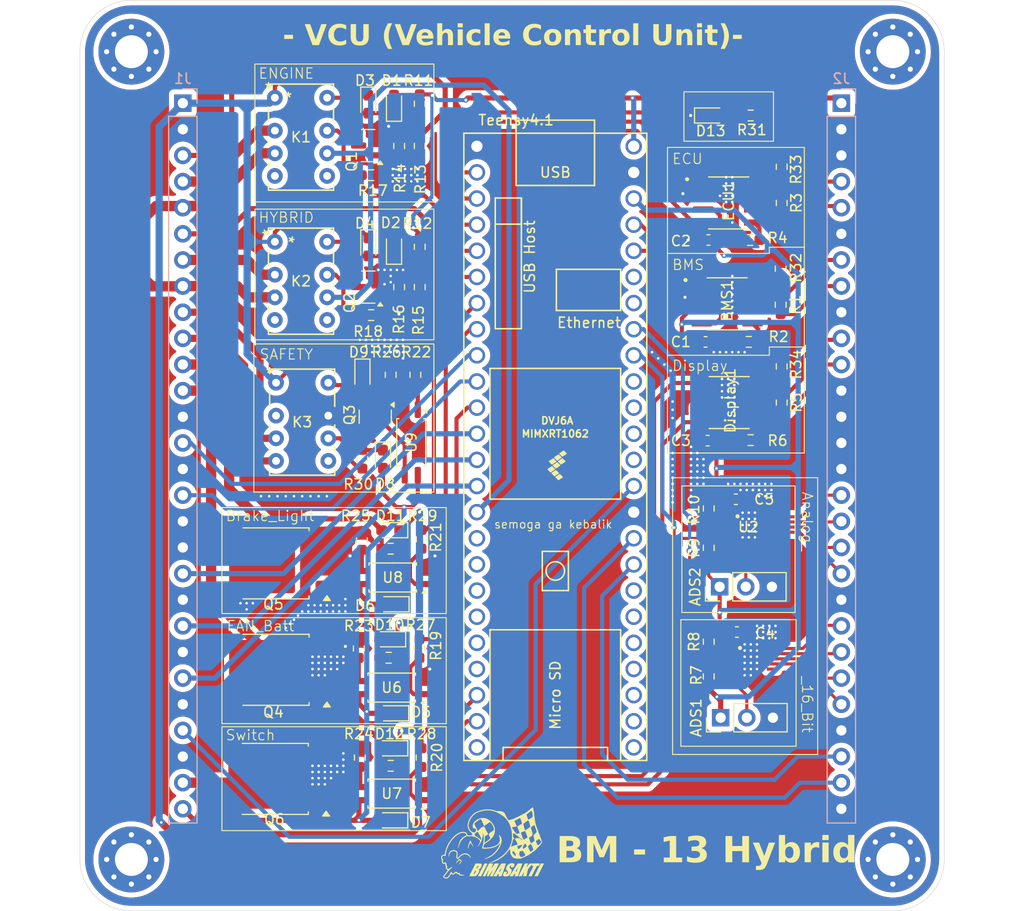
<source format=kicad_pcb>
(kicad_pcb (version 20241229) (generator "pcbnew") (generator_version "9.0")
  (layers (0 "F.Cu" signal) (2 "B.Cu" signal) (13 "F.Paste" user) (15 "B.Paste" user) (5 "F.SilkS" user "F.Silkscreen") (7 "B.SilkS" user "B.Silkscreen") (1 "F.Mask" user) (3 "B.Mask" user) (25 "Edge.Cuts" user))
  (net 0 "")
  (net 1 "+3.3V")
  (net 2 "GND")
  (net 3 "/ADR1")
  (net 4 "/ADR2")
  (net 5 "/CANL_1")
  (net 6 "/CTX1")
  (net 7 "Net-(BMS1-VREF)")
  (net 8 "/CANH_1")
  (net 9 "/CRX1")
  (net 10 "Net-(D1-A)")
  (net 11 "Net-(D1-K)")
  (net 12 "Net-(D2-A)")
  (net 13 "Net-(D2-K)")
  (net 14 "+12V")
  (net 15 "+5V")
  (net 16 "Net-(D5-K)")
  (net 17 "Net-(D6-K)")
  (net 18 "Net-(D7-K)")
  (net 19 "Net-(D8-K)")
  (net 20 "Net-(D9-A)")
  (net 21 "/FAN_BATT")
  (net 22 "/Brake_Light")
  (net 23 "/SWITCH")
  (net 24 "/CANH_3")
  (net 25 "/CRX3")
  (net 26 "Net-(Display1-VREF)")
  (net 27 "/CTX3")
  (net 28 "/CANL_3")
  (net 29 "/CANL_2")
  (net 30 "/CTX2")
  (net 31 "/CRX2")
  (net 32 "Net-(ECU1-VREF)")
  (net 33 "/CANH_2")
  (net 34 "/SCK_T")
  (net 35 "/Safety")
  (net 36 "/Engine")
  (net 37 "/AIR")
  (net 38 "/TX_TV")
  (net 39 "/SDC_IN")
  (net 40 "/Hybrid")
  (net 41 "/MOSI_T")
  (net 42 "/SDC_OUT")
  (net 43 "/PDM")
  (net 44 "/CS_T")
  (net 45 "/RX_TV")
  (net 46 "/MISO_T")
  (net 47 "/Analog1")
  (net 48 "/Ac3")
  (net 49 "/SUS1")
  (net 50 "/Analog2")
  (net 51 "/SUS3")
  (net 52 "/Ac2")
  (net 53 "/Brake_Pressure")
  (net 54 "/SUS4")
  (net 55 "/Ac4")
  (net 56 "/SUS2")
  (net 57 "/IND_Engine")
  (net 61 "/IND_Hybrid")
  (net 63 "/LED_SDC")
  (net 65 "/SDA")
  (net 66 "/SCL")
  (net 67 "Net-(R19-Pad2)")
  (net 68 "/D1_BATT")
  (net 69 "Net-(R20-Pad2)")
  (net 70 "/D3")
  (net 71 "Net-(R21-Pad2)")
  (net 72 "/D2_BL")
  (net 73 "Net-(R22-Pad2)")
  (net 74 "/D4_SDC")
  (net 88 "+3.3VA")
  (net 99 "Net-(Q1-G)")
  (net 100 "Net-(Q2-G)")
  (net 101 "Net-(Q4-G)")
  (net 102 "Net-(Q5-G)")
  (net 103 "Net-(Q6-G)")
  (net 104 "Net-(Q3-G)")
  (net 105 "Net-(D13-A)")
  (net 106 "Net-(BMS1-RS)")
  (net 107 "Net-(Display1-RS)")
  (net 108 "Net-(ECU1-RS)")
  (net 109 "+5VA")
  (footprint "teensy:Teensy41" (layer "F.Cu") (at 116.2 111.4 -90)
    (property "Reference" "Teensy4.1")
    (property "Value" "~")
  )
  (footprint "Resistor_SMD:R_0603_1608Metric_Pad0.98x0.95mm_HandSolder" (layer "F.Cu") (at 97.4 120.5 -90)
    (property "Reference" "R25")
    (property "Value" "10K")
  )
  (footprint "Connector_PinHeader_2.54mm:PinHeader_1x03_P2.54mm_Vertical" (layer "F.Cu") (at 132.27 137.725 90)
    (property "Reference" "ADS1")
    (property "Value" "Conn_01x03_Pin")
  )
  (footprint "Resistor_SMD:R_0603_1608Metric_Pad0.98x0.95mm_HandSolder" (layer "F.Cu") (at 138.1 97.5875 -90)
    (property "Reference" "R1")
    (property "Value" "120")
  )
  (footprint "Resistor_SMD:R_0603_1608Metric_Pad0.98x0.95mm_HandSolder" (layer "F.Cu") (at 97.45 112.6 -90)
    (property "Reference" "R30")
    (property "Value" "1K")
  )
  (footprint "Package_TO_SOT_SMD:SOT-23" (layer "F.Cu") (at 98.025 95.8725 180)
    (property "Reference" "Q2")
    (property "Value" "SQ2362CES")
  )
  (footprint "Package_TO_SOT_SMD:TO-252-2" (layer "F.Cu") (at 88.96 133.0725 180)
    (property "Reference" "Q4")
    (property "Value" "DMTH6004SK3")
  )
  (footprint "LED_SMD:LED_0603_1608Metric_Pad1.05x0.95mm_HandSolder" (layer "F.Cu") (at 131.3875 79.2)
    (property "Reference" "D13")
    (property "Value" "LED")
  )
  (footprint "Package_SO:SOP-4_4.4x2.6mm_P1.27mm" (layer "F.Cu") (at 100.4 124.1 180)
    (property "Reference" "U8")
    (property "Value" "TCMT1103")
  )
  (footprint "Capacitor_SMD:C_0603_1608Metric_Pad1.08x0.95mm_HandSolder" (layer "F.Cu") (at 133.85 129.4 180)
    (property "Reference" "C4")
    (property "Value" "100nF")
  )
  (footprint "Resistor_SMD:R_0603_1608Metric_Pad0.98x0.95mm_HandSolder" (layer "F.Cu") (at 138.2 84.1875 90)
    (property "Reference" "R33")
    (property "Value" "R_Small_US")
  )
  (footprint "Diode_SMD:D_0603_1608Metric_Pad1.05x0.95mm_HandSolder" (layer "F.Cu") (at 98.025 78.0975 -90)
    (property "Reference" "D3")
    (property "Value" "D")
  )
  (footprint "Resistor_SMD:R_0603_1608Metric_Pad0.98x0.95mm_HandSolder" (layer "F.Cu") (at 97.2 141.6 -90)
    (property "Reference" "R24")
    (property "Value" "10K")
  )
  (footprint "Resistor_SMD:R_0603_1608Metric_Pad0.98x0.95mm_HandSolder" (layer "F.Cu") (at 131.11 121.2125 -90)
    (property "Reference" "R9")
    (property "Value" "4.7K")
  )
  (footprint "MountingHole:MountingHole_3.2mm_M3_Pad_Via" (layer "F.Cu") (at 149 73)
    (property "Reference" "REF**" (hide yes))
    (property "Value" "MountingHole_3.2mm_M3_Pad_Via")
  )
  (footprint "ADS1115:MSOP10" (layer "F.Cu") (at 135.2 132 -90)
    (property "Reference" "U1" (hide yes))
    (property "Value" "~")
  )
  (footprint "Package_TO_SOT_SMD:SOT-23" (layer "F.Cu") (at 98.025 82.1225 180)
    (property "Reference" "Q1")
    (property "Value" "SQ2362CES")
  )
  (footprint "Package_SO:SOP-4_4.4x2.6mm_P1.27mm" (layer "F.Cu") (at 100.3 145.1 180)
    (property "Reference" "U7")
    (property "Value" "TCMT1103")
  )
  (footprint "Resistor_SMD:R_0603_1608Metric_Pad0.98x0.95mm_HandSolder" (layer "F.Cu") (at 98.3 85)
    (property "Reference" "R17")
    (property "Value" "10K")
  )
  (footprint "LED_SMD:LED_0603_1608Metric_Pad1.05x0.95mm_HandSolder" (layer "F.Cu") (at 100.525 78.0975 90)
    (property "Reference" "D1")
    (property "Value" "LED")
  )
  (footprint "MountingHole:MountingHole_3.2mm_M3_Pad_Via" (layer "F.Cu") (at 75 73)
    (property "Reference" "REF**" (hide yes))
    (property "Value" "MountingHole_3.2mm_M3_Pad_Via")
  )
  (footprint "Resistor_SMD:R_0603_1608Metric_Pad0.98x0.95mm_HandSolder" (layer "F.Cu") (at 131.11 133.7125 -90)
    (property "Reference" "R7")
    (property "Value" "4.7K")
  )
  (footprint "Bimsak:aaaaaaaa" (layer "F.Cu") (at 110.1 149.9)
    (property "Reference" "G***" (hide yes))
    (property "Value" "LOGO" (hide yes))
  )
  (footprint "Resistor_SMD:R_0603_1608Metric_Pad0.98x0.95mm_HandSolder" (layer "F.Cu") (at 97.1 131 -90)
    (property "Reference" "R23")
    (property "Value" "10K")
  )
  (footprint "CAN Tranciver:SOIC127P599X175-8N" (layer "F.Cu") (at 132.895 97.5)
    (property "Reference" "BMS1")
    (property "Value" "SN65HVD230D")
  )
  (footprint "Resistor_SMD:R_0603_1608Metric_Pad0.98x0.95mm_HandSolder" (layer "F.Cu") (at 103.025 82.16 -90)
    (property "Reference" "R13")
    (property "Value" "1K")
  )
  (footprint "Capacitor_SMD:C_0603_1608Metric_Pad1.08x0.95mm_HandSolder" (layer "F.Cu") (at 130.8 101.2 180)
    (property "Reference" "C1")
    (property "Value" "100nF")
  )
  (footprint "Resistor_SMD:R_0603_1608Metric_Pad0.98x0.95mm_HandSolder" (layer "F.Cu") (at 103.2 141.6 -90)
    (property "Reference" "R20")
    (property "Value" "330")
  )
  (footprint "Resistor_SMD:R_0603_1608Metric_Pad0.98x0.95mm_HandSolder" (layer "F.Cu") (at 131.11 117.3875 90)
    (property "Reference" "R10")
    (property "Value" "4.7K")
  )
  (footprint "Package_SO:SOP-4_4.4x2.6mm_P1.27mm" (layer "F.Cu") (at 100.3 134.8 180)
    (property "Reference" "U6")
    (property "Value" "TCMT1103")
  )
  (footprint "LED_SMD:LED_0603_1608Metric_Pad1.05x0.95mm_HandSolder" (layer "F.Cu") (at 99.45 112.5975 -90)
    (property "Reference" "D8")
    (property "Value" "LED")
  )
  (footprint "Resistor_SMD:R_0603_1608Metric_Pad0.98x0.95mm_HandSolder" (layer "F.Cu") (at 100 131.9 180)
    (property "Reference" "R27")
    (property "Value" "1K")
  )
  (footprint "Resistor_SMD:R_0603_1608Metric_Pad0.98x0.95mm_HandSolder" (layer "F.Cu") (at 135.1875 79.2 180)
    (property "Reference" "R31")
    (property "Value" "1K")
  )
  (footprint "Resistor_SMD:R_0603_1608Metric_Pad0.98x0.95mm_HandSolder" (layer "F.Cu") (at 138.1 94.0875 90)
    (property "Reference" "R32")
    (property "Value" "R_Small_US")
  )
  (footprint "Resistor_SMD:R_0603_1608Metric_Pad0.98x0.95mm_HandSolder" (layer "F.Cu") (at 103.025 91.96 -90)
    (property "Reference" "R12")
    (property "Value" "330")
  )
  (footprint "CAN Tranciver:SOIC127P599X175-8N" (layer "F.Cu") (at 133.1 107.1)
    (property "Reference" "Display1")
    (property "Value" "SN65HVD230D")
  )
  (footprint "Resistor_SMD:R_0603_1608Metric_Pad0.98x0.95mm_HandSolder" (layer "F.Cu") (at 135 101.2 180)
    (property "Reference" "R2")
    (property "Value" "0")
  )
  (footprint "Resistor_SMD:R_0603_1608Metric_Pad0.98x0.95mm_HandSolder" (layer "F.Cu") (at 98.3 98.6)
    (property "Reference" "R18")
    (property "Value" "10K")
  )
  (footprint "Resistor_SMD:R_0603_1608Metric_Pad0.98x0.95mm_HandSolder" (layer "F.Cu") (at 100.2 121.3 180)
    (property "Reference" "R29")
    (property "Value" "1K")
  )
  (footprint "Package_TO_SOT_SMD:TO-252-2" (layer "F.Cu") (at 88.885 143.6725 180)
    (property "Reference" "Q6")
    (property "Value" "DMTH6004SK3")
  )
  (footprint "Package_TO_SOT_SMD:TO-252-2" (layer "F.Cu") (at 88.96 122.7275 180)
    (property "Reference" "Q5")
    (property "Value" "DMTH6004SK3")
  )
  (footprint "Relay TE Small 5 Amp:RELAY8-TH_NON-LATCH_1-COIL" (layer "F.Cu") (at 89.06 105.1708)
    (property "Reference" "K3")
    (property "Value" "IM00")
  )
  (footprint "Resistor_SMD:R_0603_1608Metric_Pad0.98x0.95mm_HandSolder" (layer "F.Cu") (at 103.025 78.06 -90)
    (property "Reference" "R11")
    (property "Value" "330")
  )
  (footprint "Resistor_SMD:R_0603_1608Metric_Pad0.98x0.95mm_HandSolder" (layer "F.Cu") (at 100.2 104.4 -90)
    (property "Reference" "R26")
    (property "Value" "10K")
  )
  (footprint "LED_SMD:LED_0603_1608Metric_Pad1.05x0.95mm_HandSolder" (layer "F.Cu") (at 100.2 147.7 180)
    (property "Reference" "D7")
    (property "Value" "LED")
  )
  (footprint "Diode_SMD:D_0603_1608Metric_Pad1.05x0.95mm_HandSolder" (layer "F.Cu") (at 98.025 91.9725 -90)
    (property "Reference" "D4")
    (property "Value" "D")
  )
  (footprint "Package_SO:SOP-4_4.4x2.6mm_P1.27mm" (layer "F.Cu") (at 102.2 110.9725 -90)
    (property "Reference" "U9")
    (property "Value" "TCMT1103")
  )
  (footprint "Resistor_SMD:R_0603_1608Metric_Pad0.98x0.95mm_HandSolder" (layer "F.Cu") (at 135.1825 110.75 180)
    (property "Reference" "R6")
    (property "Value" "0")
  )
  (footprint "MountingHole:MountingHole_3.2mm_M3_Pad_Via" (layer "F.Cu") (at 149 151.5)
    (property "Reference" "REF**" (hide yes))
    (property "Value" "MountingHole_3.2mm_M3_Pad_Via")
  )
  (footprint "LED_SMD:LED_0603_1608Metric_Pad1.05x0.95mm_HandSolder" (layer "F.Cu") (at 100.325 126.7 180)
    (property "Reference" "D6")
    (property "Value" "LED")
  )
  (footprint "Capacitor_SMD:C_0603_1608Metric_Pad1.08x0.95mm_HandSolder" (layer "F.Cu") (at 133.7475 116.5 180)
    (property "Reference" "C5")
    (property "Value" "100nF")
  )
  (footprint "Resistor_SMD:R_0603_1608Metric_Pad0.98x0.95mm_HandSolder" (layer "F.Cu") (at 135.1325 91.3 180)
    (property "Reference" "R4")
    (property "Value" "0")
  )
  (footprint "Resistor_SMD:R_0603_1608Metric_Pad0.98x0.95mm_HandSolder" (layer "F.Cu") (at 102.6 104.4 -90)
    (property "Reference" "R22")
    (property "Value" "330")
  )
  (footprint "Resistor_SMD:R_0603_1608Metric_Pad0.98x0.95mm_HandSolder" (layer "F.Cu") (at 131.11 130.3375 90)
    (property "Reference" "R8")
    (property "Value" "4.7K")
  )
  (footprint "Resistor_SMD:R_0603_1608Metric_Pad0.98x0.95mm_HandSolder" (layer "F.Cu") (at 138.2 107.1 -90)
    (property "Reference" "R5")
    (property "Value" "120")
  )
  (footprint "Diode_SMD:D_0603_1608Metric_Pad1.05x0.95mm_HandSolder" (layer "F.Cu") (at 100.2 119.5 180)
    (property "Reference" "D11")
    (property "Value" "D")
  )
  (footprint "Capacitor_SMD:C_0603_1608Metric_Pad1.08x0.95mm_HandSolder" (layer "F.Cu") (at 131.0825 91.3)
    (property "Reference" "C2")
    (property "Value" "100nF")
  )
  (footprint "Relay TE Small 5 Amp:RELAY8-TH_NON-LATCH_1-COIL" (layer "F.Cu") (at 88.945 77.4725)
    (property "Reference" "K1")
    (property "Value" "IM00")
  )
  (footprint "LED_SMD:LED_0603_1608Metric_Pad1.05x0.95mm_HandSolder" (layer "F.Cu") (at 100.3 137.3 180)
    (property "Reference" "D5")
    (property "Value" "LED")
  )
  (footprint "Package_TO_SOT_SMD:SOT-23" (layer "F.Cu") (at 98.7 108.4725 -90)
    (property "Reference" "Q3")
    (property "Value" "SQ2362CES")
  )
  (footprint "Resistor_SMD:R_0603_1608Metric_Pad0.98x0.95mm_HandSolder" (layer "F.Cu") (at 138.2 103.5875 90)
    (property "Reference" "R34")
    (property "Value" "R_Small_US")
  )
  (footprint "Capacitor_SMD:C_0603_1608Metric_Pad1.08x0.95mm_HandSolder" (layer "F.Cu") (at 131 110.8)
    (property "Reference" "C3")
    (property "Value" "100nF")
  )
  (footprint "Connector_PinHeader_2.54mm:PinHeader_1x03_P2.54mm_Vertical" (layer "F.Cu") (at 132.17 125 90)
    (property "Reference" "ADS2")
    (property "Value" "Conn_01x03_Pin")
  )
  (footprint "Resistor_SMD:R_0603_1608Metric_Pad0.98x0.95mm_HandSolder" (layer "F.Cu") (at 103.025 95.8725 -90)
    (property "Reference" "R15")
    (property "Value" "1K")
  )
  (footprint "Diode_SMD:D_0603_1608Metric_Pad1.05x0.95mm_HandSolder" (layer "F.Cu") (at 100 130.1 180)
    (property "Reference" "D10")
    (property "Value" "D")
  )
  (footprint "Diode_SMD:D_0603_1608Metric_Pad1.05x0.95mm_HandSolder" (layer "F.Cu") (at 97.455 104.525 -90)
    (property "Reference" "D9")
    (property "Value" "D")
  )
  (footprint "Resistor_SMD:R_0603_1608Metric_Pad0.98x0.95mm_HandSolder" (layer "F.Cu") (at 103 131 -90)
    (property "Reference" "R19")
    (property "Value" "330")
  )
  (footprint "Resistor_SMD:R_0603_1608Metric_Pad0.98x0.95mm_HandSolder" (layer "F.Cu") (at 103.2 120.3875 -90)
    (property "Reference" "R21")
    (property "Value" "330")
  )
  (footprint "Diode_SMD:D_0603_1608Metric_Pad1.05x0.95mm_HandSolder" (layer "F.Cu") (at 100.2 140.7 180)
    (property "Reference" "D12")
    (property "Value" "D")
  )
  (footprint "LED_SMD:LED_0603_1608Metric_Pad1.05x0.95mm_HandSolder" (layer "F.Cu") (at 100.525 91.9975 90)
    (property "Reference" "D2")
    (property "Value" "LED")
  )
  (footprint "MountingHole:MountingHole_3.2mm_M3_Pad_Via" (layer "F.Cu") (at 75 151.5)
    (property "Reference" "REF**" (hide yes))
    (property "Value" "MountingHole_3.2mm_M3_Pad_Via")
  )
  (footprint "CAN Tranciver:SOIC127P599X175-8N" (layer "F.Cu") (at 133.05 87.7)
    (property "Reference" "ECU1")
    (property "Value" "SN65HVD230D")
  )
  (footprint "Relay TE Small 5 Amp:RELAY8-TH_NON-LATCH_1-COIL" (layer "F.Cu") (at 88.945 91.4725)
    (property "Reference" "K2")
    (property "Value" "IM00")
  )
  (footprint "ADS1115:MSOP10" (layer "F.Cu") (at 134.96 119.2 -90)
    (property "Reference" "U2")
    (property "Value" "~")
  )
  (footprint "Resistor_SMD:R_0603_1608Metric_Pad0.98x0.95mm_HandSolder" (layer "F.Cu") (at 101.025 82.16 90)
    (property "Reference" "R14")
    (property "Value" "10K")
  )
  (footprint "Resistor_SMD:R_0603_1608Metric_Pad0.98x0.95mm_HandSolder" (layer "F.Cu") (at 101.025 95.8725 90)
    (property "Reference" "R16")
    (property "Value" "10K")
  )
  (footprint "Resistor_SMD:R_0603_1608Metric_Pad0.98x0.95mm_HandSolder" (layer "F.Cu") (at 100.2 142.4 180)
    (property "Reference" "R28")
    (property "Value" "1K")
  )
  (footprint "Resistor_SMD:R_0603_1608Metric_Pad0.98x0.95mm_HandSolder" (layer "F.Cu") (at 138.2 87.7 -90)
    (property "Reference" "R3")
    (property "Value" "120")
  )
  (footprint "Connector_PinHeader_2.54mm:PinHeader_1x28_P2.54mm_Vertical" (layer "B.Cu") (at 144 78 180)
    (property "Reference" "J2")
    (property "Value" "Conn_01x28_Pin")
  )
  (footprint "Connector_PinHeader_2.54mm:PinHeader_1x28_P2.54mm_Vertical" (layer "B.Cu") (at 80 78 180)
    (property "Reference" "J1")
    (property "Value" "Conn_01x28_Pin")
  )
  (gr_rect (start 128.4 128.2) (end 139.6 140.5) (stroke (width 0.1)) (fill no) (layer "F.SilkS"))
  (gr_line (start 127.1 92.6) (end 137 92.6) (stroke (width 0.1)) (layer "F.SilkS"))
  (gr_rect (start 87 88.3) (end 104.4 101) (stroke (width 0.1)) (fill no) (layer "F.SilkS"))
  (gr_line (start 137 92) (end 140.4 92) (stroke (width 0.1)) (layer "F.SilkS"))
  (gr_rect (start 127.1 82.3) (end 140.4 112) (stroke (width 0.1)) (fill no) (layer "F.SilkS"))
  (gr_rect (start 86.9 101.4) (end 104.4 115.8) (stroke (width 0.1)) (fill no) (layer "F.SilkS"))
  (gr_rect (start 83.8 138.6) (end 105.6 148.7) (stroke (width 0.1)) (fill no) (layer "F.SilkS"))
  (gr_line (start 137 102.5) (end 137 101.7) (stroke (width 0.1)) (layer "F.SilkS"))
  (gr_rect (start 83.8 117.3) (end 105.6 127.6) (stroke (width 0.1)) (fill no) (layer "F.SilkS"))
  (gr_line (start 137 101.7) (end 140.4 101.7) (stroke (width 0.1)) (layer "F.SilkS"))
  (gr_rect (start 83.8 128) (end 105.6 138.3) (stroke (width 0.1)) (fill no) (layer "F.SilkS"))
  (gr_rect (start 128.5 115.2) (end 139.5 127.5) (stroke (width 0.1)) (fill no) (layer "F.SilkS"))
  (gr_rect (start 128.7 76.9) (end 137.4 81.7) (stroke (width 0.1)) (fill no) (layer "F.SilkS"))
  (gr_line (start 127.1 102.5) (end 137 102.5) (stroke (width 0.1)) (layer "F.SilkS"))
  (gr_line (start 137 92.6) (end 137 92) (stroke (width 0.1)) (layer "F.SilkS"))
  (gr_rect (start 87 74.2) (end 104.4 87.6) (stroke (width 0.1)) (fill no) (layer "F.SilkS"))
  (gr_rect (start 127.6 114.4) (end 141.7 141.3) (stroke (width 0.1)) (fill no) (layer "F.SilkS"))
  (gr_line (start 75 156.5) (end 149 156.5) (stroke (width 0.05)) (layer "Edge.Cuts"))
  (gr_line (start 149 68) (end 75 68) (stroke (width 0.05)) (layer "Edge.Cuts"))
  (gr_arc (start 70 73) (mid 71.464466 69.464466) (end 75 68) (stroke (width 0.05)) (layer "Edge.Cuts"))
  (gr_line (start 70 73) (end 70 151.5) (stroke (width 0.05)) (layer "Edge.Cuts"))
  (gr_line (start 154 151.5) (end 154 73) (stroke (width 0.05)) (layer "Edge.Cuts"))
  (gr_arc (start 75 156.5) (mid 71.464466 155.035534) (end 70 151.5) (stroke (width 0.05)) (layer "Edge.Cuts"))
  (gr_arc (start 149 68) (mid 152.535534 69.464466) (end 154 73) (stroke (width 0.05)) (layer "Edge.Cuts"))
  (gr_arc (start 154 151.5) (mid 152.535534 155.035534) (end 149 156.5) (stroke (width 0.05)) (layer "Edge.Cuts"))
  (gr_text "ENGINE" (at 87.3 75.7 0) (layer "F.SilkS") (effects (font (size 1 1) (thickness 0.1)) (justify left bottom)))
  (gr_text "SAFETY" (at 87.4 103 0) (layer "F.SilkS") (effects (font (size 1 1) (thickness 0.1)) (justify left bottom)))
  (gr_text "Display" (at 127.5 104.1 0) (layer "F.SilkS") (effects (font (size 1 1) (thickness 0.1)) (justify left bottom)))
  (gr_text "- VCU (Vehicle Control Unit)-" (at 89.7 72.7 0) (layer "F.SilkS") (effects (font (size 2 2) (thickness 0.2) (bold yes) (italic yes)) (justify left bottom)))
  (gr_text "Switch" (at 84.1 140 0) (layer "F.SilkS") (effects (font (size 1 1) (thickness 0.1)) (justify left bottom)))
  (gr_text "FAN_Batt" (at 84.2 129.4 0) (layer "F.SilkS") (effects (font (size 1 1) (thickness 0.1)) (justify left bottom)))
  (gr_text "BM - 13 Hybrid" (at 116.3 152.2 0) (layer "F.SilkS") (effects (font (size 2.5 2.5) (thickness 0.4) (bold yes) (italic yes)) (justify left bottom)))
  (gr_text "Analog_                _16_Bit" (at 140.1 115.7 270) (layer "F.SilkS") (effects (font (size 1 1) (thickness 0.1)) (justify left bottom)))
  (gr_text "HYBRID" (at 87.3 89.7 0) (layer "F.SilkS") (effects (font (size 1 1) (thickness 0.1)) (justify left bottom)))
  (gr_text "ECU" (at 127.5 84 0) (layer "F.SilkS") (effects (font (size 1 1) (thickness 0.1)) (justify left bottom)))
  (gr_text "Brake_Light" (at 84.1 118.7 0) (layer "F.SilkS") (effects (font (size 1 1) (thickness 0.1)) (justify left bottom)))
  (gr_text "BMS" (at 127.5 94.3 0) (layer "F.SilkS") (effects (font (size 1 1) (thickness 0.1)) (justify left bottom)))
  (segment (start 132.17 125) (end 132.01 125.16) (width 0.4) (layer "F.Cu") (net 1))
  (segment (start 132.17 129) (end 132.17 129.255) (width 0.4) (layer "F.Cu") (net 1))
  (segment (start 132.9625 129.425) (end 132.9875 129.4) (width 0.4) (layer "F.Cu") (net 1))
  (segment (start 131.945 92.145) (end 132.6 92.8) (width 0.4) (layer "F.Cu") (net 1))
  (segment (start 132 129.425) (end 132.9625 129.425) (width 0.4) (layer "F.Cu") (net 1))
  (segment (start 128.5 99.5) (end 128.5 100.3) (width 0.4) (layer "F.Cu") (net 1))
  (segment (start 132.9875 129.4) (end 132.565 129.4) (width 0.25) (layer "F.Cu") (net 1))
  (segment (start 131.8625 110.8) (end 131.8625 113.5) (width 0.4) (layer "F.Cu") (net 1))
  (segment (start 128.5 98.9) (end 128.5 99.5) (width 0.4) (layer "F.Cu") (net 1))
  (segment (start 131.8625 111.0375) (end 131.9 111.075) (width 0.4) (layer "F.Cu") (net 1))
  (segment (start 132.17 129.005) (end 131.75 129.425) (width 0.4) (layer "F.Cu") (net 1))
  (segment (start 133.15 131) (end 133.15 129.5625) (width 0.3) (layer "F.Cu") (net 1))
  (segment (start 131.635 88.335) (end 132.2 88.9) (width 0.4) (layer "F.Cu") (net 1))
  (segment (start 133.15 129.5625) (end 132.9875 129.4) (width 0.3) (layer "F.Cu") (net 1))
  (segment (start 131.11 123.94) (end 132.17 125) (width 0.3) (layer "F.Cu") (net 1))
  (segment (start 132.17 127.5) (end 132.17 129) (width 0.4) (layer "F.Cu") (net 1))
  (segment (start 131.11 122.125) (end 131.11 123.94) (width 0.3) (layer "F.Cu") (net 1))
  (segment (start 131.8625 116) (end 131.8625 116.3625) (width 0.4) (layer "F.Cu") (net 1))
  (segment (start 132.25 136.05) (end 132.27 136.03) (width 0.5) (layer "F.Cu") (net 1))
  (segment (start 129.4 101.2) (end 129.9375 101.2) (width 0.4) (layer "F.Cu") (net 1))
  (segment (start 132.17 129) (end 132.17 129.005) (width 0.4) (layer "F.Cu") (net 1))
  (segment (start 131.75 116.475) (end 132.25 116.475) (width 0.3) (layer "F.Cu") (net 1))
  (segment (start 132.885 118.175) (end 132.91 118.2) (width 0.25) (layer "F.Cu") (net 1))
  (segment (start 132.25 116.3875) (end 131.8625 116) (width 0.3) (layer "F.Cu") (net 1))
  (segment (start 131.8625 110.8) (end 131.8625 110.7375) (width 0.4) (layer "F.Cu") (net 1))
  (segment (start 131.8625 110.8) (end 131.8625 111.0375) (width 0.4) (layer "F.Cu") (net 1))
  (segment (start 132.565 129.4) (end 132.17 129.005) (width 0.25) (layer "F.Cu") (net 1))
  (segment (start 132.2 91.045) (end 131.945 91.3) (width 0.4) (layer "F.Cu") (net 1))
  (segment (start 132.91 116.525) (end 132.885 116.5) (width 0.25) (layer "F.Cu") (net 1))
  (segment (start 132.2 108.320001) (end 131.614999 107.735) (width 0.4) (layer "F.Cu") (net 1))
  (segment (start 130.58 88.335) (end 131.635 88.335) (width 0.4) (layer "F.Cu") (net 1))
  (segment (start 132.17 125) (end 132.17 127.5) (width 0.4) (layer "F.Cu") (net 1))
  (segment (start 131.11 129.425) (end 131.75 129.425) (width 0.4) (layer "F.Cu") (net 1))
  (segment (start 132.25 116.475) (end 132.25 116.3875) (width 0.3) (layer "F.Cu") (net 1))
  (segment (start 132.86 116.475) (end 132.885 116.5) (width 0.3) (layer "F.Cu") (net 1))
  (segment (start 131.11 134.91) (end 131.9 135.7) (width 0.5) (layer "F.Cu") (net 1))
  (segment (start 128.5 100.3) (end 129.4 101.2) (width 0.4) (layer "F.Cu") (net 1))
  (segment (start 132.27 136.03) (end 132.27 137.725) (width 0.5) (layer "F.Cu") (net 1))
  (segment (start 131.75 129.425) (end 132 129.425) (width 0.4) (layer "F.Cu") (net 1))
  (segment (start 131.3875 116.475) (end 131.8625 116) (width 0.3) (layer "F.Cu") (net 1))
  (segment (start 131.9 135.7) (end 132.25 136.05) (width 0.5) (layer "F.Cu") (net 1))
  (segment (start 131.11 116.475) (end 131.3875 116.475) (width 0.3) (layer "F.Cu") (net 1))
  (segment (start 132.2 88.9) (end 132.2 91.045) (width 0.4) (layer "F.Cu") (net 1))
  (segment (start 131.614999 107.735) (end 130.63 107.735) (width 0.4) (layer "F.Cu") (net 1))
  (segment (start 131.11 134.625) (end 131.11 134.91) (width 0.5) (layer "F.Cu") (net 1))
  (segment (start 131.11 116.475) (end 131.75 116.475) (width 0.3) (layer "F.Cu") (net 1))
  (segment (start 130.425 98.135) (end 129.265 98.135) (width 0.4) (layer "F.Cu") (net 1))
  (segment (start 132.25 116.475) (end 132.86 116.475) (width 0.3) (layer "F.Cu") (net 1))
  (segment (start 131.8625 110.7375) (end 132.2 110.4) (width 0.4) (layer "F.Cu") (net 1))
  (segment (start 131.8625 113.5) (end 131.8625 116) (width 0.4) (layer "F.Cu") (net 1))
  (segment (start 132.2 110.4) (end 132.2 108.320001) (width 0.4) (layer "F.Cu") (net 1))
  (segment (start 132.885 116.5) (end 132.885 118.175) (width 0.25) (layer "F.Cu") (net 1))
  (segment (start 131.945 91.3) (end 131.945 92.145) (width 0.4) (layer "F.Cu") (net 1))
  (segment (start 132.17 129.255) (end 132 129.425) (width 0.4) (layer "F.Cu") (net 1))
  (segment (start 129.265 98.135) (end 128.5 98.9) (width 0.4) (layer "F.Cu") (net 1))
  (via (at 132.17 127.5) (size 0.5) (drill 0.25) (layers "F.Cu" "B.Cu") (net 1))
  (via (at 132.6 92.8) (size 0.5) (drill 0.25) (layers "F.Cu" "B.Cu") (net 1))
  (via (at 131.9 135.7) (size 0.5) (drill 0.25) (layers "F.Cu" "B.Cu") (net 1))
  (via (at 131.8625 113.5) (size 0.5) (drill 0.25) (layers "F.Cu" "B.Cu") (net 1))
  (via (at 128.5 99.5) (size 0.5) (drill 0.25) (layers "F.Cu" "B.Cu") (net 1))
  (segment (start 128.7 99.3) (end 128.5 99.5) (width 0.5) (layer "B.Cu") (net 1))
  (segment (start 139.8 126.7) (end 139.2 127.3) (width 0.5) (layer "B.Cu") (net 1))
  (segment (start 139.8 130.9) (end 135 135.7) (width 0.5) (layer "B.Cu") (net 1))
  (segment (start 139.8 112.8) (end 139.8 113.4) (width 0.5) (layer "B.Cu") (net 1))
  (segment (start 139.8 126.6) (end 139.8 126.7) (width 0.5) (layer "B.Cu") (net 1))
  (segment (start 137.2 92) (end 137.7 92.5) (width 0.5) (layer "B.Cu") (net 1))
  (segment (start 139.2 127.3) (end 132.37 127.3) (width 0.5) (layer "B.Cu") (net 1))
  (segment (start 139.8 126.6) (end 139.8 127.3) (width 0.5) (layer "B.Cu") (net 1))
  (segment (start 136.4 92.8) (end 136.8 92.4) (width 0.4) (layer "B.Cu") (net 1))
  (segment (start 132.37 127.3) (end 132.17 127.5) (width 0.5) (layer "B.Cu") (net 1))
  (segment (start 135 135.7) (end 131.9 135.7) (width 0.5) (layer "B.Cu") (net 1))
  (segment (start 139.2 99.3) (end 139.8 99.9) (width 0.5) (layer "B.Cu") (net 1))
  (segment (start 139.8 114) (end 139.2 113.4) (width 0.5) (layer "B.Cu") (net 1))
  (segment (start 139.8 127.3) (end 139.8 128.1) (width 0.5) (layer "B.Cu") (net 1))
  (segment (start 123.82 87.27) (end 124.95 88.4) (width 0.5) (layer "B.Cu") (net 1))
  (segment (start 139.2 127.3) (end 139.8 127.9) (width 0.5) (layer "B.Cu") (net 1))
  (segment (start 124.95 88.4) (end 133.6 88.4) (width 0.5) (layer "B.Cu") (net 1))
  (segment (start 136.8 92.4) (end 137.2 92) (width 0.4) (layer "B.Cu") (net 1))
  (segment (start 139.8 99.3) (end 139.2 99.3) (width 0.5) (layer "B.Cu") (net 1))
  (segment (start 139.8 99.9) (end 139.8 112.8) (width 0.5) (layer "B.Cu") (net 1))
  (segment (start 139.8 98.7) (end 139.8 99.3) (width 0.5) (layer "B.Cu") (net 1))
  (segment (start 139.1 113.4) (end 131.9625 113.4) (width 0.5) (layer "B.Cu") (net 1))
  (segment (start 133.6 88.4) (end 136.7 91.5) (width 0.5) (layer "B.Cu") (net 1))
  (segment (start 137.7 92.5) (end 139.8 94.6) (width 0.5) (layer "B.Cu") (net 1))
  (segment (start 139.8 113.4) (end 139.8 114) (width 0.5) (layer "B.Cu") (net 1))
  (segment (start 136.8 91.6) (end 136.8 92.4) (width 0.5) (layer "B.Cu") (net 1))
  (segment (start 136.7 91.5) (end 136.8 91.6) (width 0.5) (layer "B.Cu") (net 1))
  (segment (start 137.5 92.3) (end 136.9 92.3) (width 0.5) (layer "B.Cu") (net 1))
  (segment (start 139.8 99.3) (end 139.8 99.9) (width 0.5) (layer "B.Cu") (net 1))
  (segment (start 132.6 92.8) (end 136.4 92.8) (width 0.4) (layer "B.Cu") (net 1))
  (segment (start 139.2 99.3) (end 128.7 99.3) (width 0.5) (layer "B.Cu") (net 1))
  (segment (start 139.2 113.4) (end 139.1 113.4) (width 0.5) (layer "B.Cu") (net 1))
  (segment (start 137.7 92.5) (end 137.5 92.3) (width 0.5) (layer "B.Cu") (net 1))
  (segment (start 139.2 99.3) (end 139.8 98.7) (width 0.5) (layer "B.Cu") (net 1))
  (segment (start 139.8 94.6) (end 139.8 98.7) (width 0.5) (layer "B.Cu") (net 1))
  (segment (start 139.8 112.8) (end 139.2 113.4) (width 0.5) (layer "B.Cu") (net 1))
  (segment (start 136.9 92.3) (end 136.8 92.4) (width 0.5) (layer "B.Cu") (net 1))
  (segment (start 131.9625 113.4) (end 131.8625 113.5) (width 0.5) (layer "B.Cu") (net 1))
  (segment (start 139.8 113.4) (end 139.1 113.4) (width 0.5) (layer "B.Cu") (net 1))
  (segment (start 136.7 91.5) (end 137.2 92) (width 0.5) (layer "B.Cu") (net 1))
  (segment (start 139.8 128.1) (end 139.8 130.9) (width 0.5) (layer "B.Cu") (net 1))
  (segment (start 139.8 127.3) (end 139.2 127.3) (width 0.5) (layer "B.Cu") (net 1))
  (segment (start 139.8 127.9) (end 139.8 128.1) (width 0.5) (layer "B.Cu") (net 1))
  (segment (start 139.8 114) (end 139.8 126.6) (width 0.5) (layer "B.Cu") (net 1))
  (segment (start 101.4 107.62) (end 101.4 104.65) (width 0.4) (layer "F.Cu") (net 2))
  (segment (start 96.914199 108.370801) (end 97.75 107.535) (width 0.4) (layer "F.Cu") (net 2))
  (segment (start 98.9625 81.1725) (end 100 81.1725) (width 0.4) (layer "F.Cu") (net 2))
  (segment (start 128.865 87.065) (end 128.6 86.8) (width 0.4) (layer "F.Cu") (net 2))
  (segment (start 100.9 98.6) (end 101 98.5) (width 0.4) (layer "F.Cu") (net 2))
  (segment (start 95.1975 120.4475) (end 94 120.4475) (width 0.4) (layer "F.Cu") (net 2))
  (segment (start 100.95 81.1725) (end 101.025 81.2475) (width 0.4) (layer "F.Cu") (net 2))
  (segment (start 132.91 118.7) (end 134.1 118.7) (width 0.3) (layer "F.Cu") (net 2))
  (segment (start 130.5125 79.2) (end 129.35 79.2) (width 0.5) (layer "F.Cu") (net 2))
  (segment (start 131.6625 101.2) (end 134.0875 101.2) (width 0.4) (layer "F.Cu") (net 2))
  (segment (start 96.25 122) (end 96.25 121) (width 0.4) (layer "F.Cu") (net 2))
  (segment (start 134.1 118.7) (end 134.4 119) (width 0.3) (layer "F.Cu") (net 2))
  (segment (start 104.5 122.5) (end 103.5875 123.4125) (width 0.4) (layer "F.Cu") (net 2))
  (segment (start 101.565 107.785) (end 101.4 107.62) (width 0.4) (layer "F.Cu") (net 2))
  (segment (start 94 130.7925) (end 95.8 130.7925) (width 0.4) (layer "F.Cu") (net 2))
  (segment (start 104 133.6525) (end 103.4875 134.165) (width 0.4) (layer "F.Cu") (net 2))
  (segment (start 101.4 104.65) (end 100.2375 103.4875) (width 0.4) (layer "F.Cu") (net 2))
  (segment (start 103.5875 123.4125) (end 103.5875 123.465) (width 0.4) (layer "F.Cu") (net 2))
  (segment (start 96.25 121) (end 96.54 120.71) (width 0.4) (layer "F.Cu") (net 2))
  (segment (start 104.5 122) (end 104.5 122.5) (width 0.4) (layer "F.Cu") (net 2))
  (segment (start 100.2375 103.4875) (end 100.2 103.4875) (width 0.4) (layer "F.Cu") (net 2))
  (segment (start 96.25 121.5) (end 95.1975 120.4475) (width 0.4) (layer "F.Cu") (net 2))
  (segment (start 130.58 87.065) (end 128.865 87.065) (width 0.4) (layer "F.Cu") (net 2))
  (segment (start 101 94.9225) (end 101.025 94.8975) (width 0.4) (layer "F.Cu") (net 2))
  (segment (start 94.14 108.370801) (end 96.914199 108.370801) (width 0.4) (layer "F.Cu") (net 2))
  (segment (start 134.3 131.5) (end 134.6 131.8) (width 0.3) (layer "F.Cu") (net 2))
  (segment (start 128.8 96.865) (end 130.425 96.865) (width 0.4) (layer "F.Cu") (net 2))
  (segment (start 96.54 120.71) (end 96.54 120.4475) (width 0.4) (layer "F.Cu") (net 2))
  (segment (start 100 81.1725) (end 100.95 81.1725) (width 0.4) (layer "F.Cu") (net 2))
  (segment (start 95.8 130.7925) (end 96.395 130.7925) (width 0.4) (layer "F.Cu") (net 2))
  (segment (start 129.1 91.3) (end 130.22 91.3) (width 0.4) (layer "F.Cu") (net 2))
  (segment (start 133.15 131.5) (end 134.3 131.5) (width 0.3) (layer "F.Cu") (net 2))
  (segment (start 104 133) (end 104 133.6525) (width 0.4) (layer "F.Cu") (net 2))
  (segment (start 100 81.1725) (end 100 80.25) (width 0.4) (layer "F.Cu") (net 2))
  (segment (start 96.25 122) (end 96.25 121.5) (width 0.4) (layer "F.Cu") (net 2))
  (segment (start 101.025 94.8975) (end 101.25 94.8975) (width 0.4) (layer "F.Cu") (net 2))
  (segment (start 96.395 130.7925) (end 97.1 130.0875) (width 0.4) (layer "F.Cu") (net 2))
  (segment (start 96.54 120.4475) (end 97.4 119.5875) (width 0.4) (layer "F.Cu") (net 2))
  (segment (start 99.2125 98.6) (end 100.9 98.6) (width 0.4) (layer "F.Cu") (net 2))
  (segment (start 101.12 81.5225) (end 101.145 81.5475) (width 0.4) (layer "F.Cu") (net 2))
  (via (at 129.4 116.2) (size 0.5) (drill 0.25) (layers "F.Cu" "B.Cu") (net 2))
  (via (at 92.6 143.6) (size 0.5) (drill 0.25) (layers "F.Cu" "B.Cu") (net 2))
  (via (at 94.4 132.4) (size 0.5) (drill 0.25) (layers "F.Cu" "B.Cu") (net 2))
  (via (at 100.4 84.4) (size 0.5) (drill 0.25) (layers "F.Cu" "B.Cu") (net 2))
  (via (at 95.8 126.2) (size 0.5) (drill 0.25) (layers "F.Cu" "B.Cu") (net 2))
  (via (at 133.4 97.2) (size 0.5) (drill 0.25) (layers "F.Cu" "B.Cu") (net 2))
  (via (at 132.4 106.6) (size 0.5) (drill 0.25) (layers "F.Cu" "B.Cu") (net 2))
  (via (at 90.4 128.6) (size 0.5) (drill 0.25) (layers "F.Cu" "B.Cu") (net 2))
  (via (at 129.4 115) (size 0.5) (drill 0.25) (layers "F.Cu" "B.Cu") (net 2))
  (via (at 134.6 133) (size 0.5) (drill 0.25) (layers "F.Cu" "B.Cu") (net 2))
  (via (at 101.4 102.8) (size 0.5) (drill 0.25) (layers "F.Cu" "B.Cu") (net 2))
  (via (at 95.6 141.8) (size 0.5) (drill 0.25) (layers "F.Cu" "B.Cu") (net 2))
  (via (at 95.2 127.4) (size 0.5) (drill 0.25) (layers "F.Cu" "B.Cu") (net 2))
  (via (at 133.4 96) (size 0.5) (drill 0.25) (layers "F.Cu" "B.Cu") (net 2))
  (via (at 95.8 130.7925) (size 0.6) (drill 0.3) (layers "F.Cu" "B.Cu") (net 2))
  (via (at 133.4 85.2) (size 0.5) (drill 0.25) (layers "F.Cu" "B.Cu") (net 2))
  (via (at 133 107.2) (size 0.5) (drill 0.25) (layers "F.Cu" "B.Cu") (net 2))
  (via (at 93.2 116.2) (size 0.5) (drill 0.25) (layers "F.Cu" "B.Cu") (net 2))
  (via (at 133.6 106) (size 0.5) (drill 0.25) (layers "F.Cu" "B.Cu") (net 2))
  (via (at 132.8 102.2) (size 0.5) (drill 0.25) (layers "F.Cu" "B.Cu") (net 2))
  (via (at 133.4 89.6) (size 0.5) (drill 0.25) (layers "F.Cu" "B.Cu") (net 2))
  (via (at 134.4 118.4) (size 0.5) (drill 0.25) (layers "F.Cu" "B.Cu") (net 2))
  (via (at 94.6 126.8) (size 0.5) (drill 0.25) (layers "F.Cu" "B.Cu") (net 2))
  (via (at 93.8 133) (size 0.5) (drill 0.25) (layers "F.Cu" "B.Cu") (net 2))
  (via (at 137.2 115.6) (size 0.5) (drill 0.25) (layers "F.Cu" "B.Cu") (net 2))
  (via (at 94.4 143.6) (size 0.5) (drill 0.25) (layers "F.Cu" "B.Cu") (net 2))
  (via (at 133 105.4) (size 0.5) (drill 0.25) (layers "F.Cu" "B.Cu") (net 2))
  (via (at 130 112) (size 0.5) (drill 0.25) (layers "F.Cu" "B.Cu") (net 2))
  (via (at 127.6 113.8) (size 0.5) (drill 0.25) (layers "F.Cu" "B.Cu") (net 2))
  (via (at 132.2 87) (size 0.5) (drill 0.25) (layers "F.Cu" "B.Cu") (net 2))
  (via (at 135.4 115.6) (size 0.5) (drill 0.25) (layers "F.Cu" "B.Cu") (net 2))
  (via (at 98.4 102.2) (size 0.5) (drill 0.25) (layers "F.Cu" "B.Cu") (net 2))
  (via (at 132.4 105.4) (size 0.5) (drill 0.25) (layers "F.Cu" "B.Cu") (net 2))
  (via (at 93.8 143) (size 0.5) (drill 0.25) (layers "F.Cu" "B.Cu") (net 2))
  (via (at 101.6 84.4) (size 0.5) (drill 0.25) (layers "F.Cu" "B.Cu") (net 2))
  (via (at 102.2 84.4) (size 0.5) (drill 0.25) (layers "F.Cu" "B.Cu") (net 2))
  (via (at 127.6 114.4) (size 0.5) (drill 0.25) (layers "F.Cu" "B.Cu") (net 2))
  (via (at 132.8 87) (size 0.5) (drill 0.25) (layers "F.Cu" "B.Cu") (net 2))
  (via (at 129.4 113.2) (size 0.5) (drill 0.25) (layers "F.Cu" "B.Cu") (net 2))
  (via (at 86.2 126.6) (size 0.5) (drill 0.25) (layers "F.Cu" "B.Cu") (net 2))
  (via (at 92.4 116.2) (size 0.5) (drill 0.25) (layers "F.Cu" "B.Cu") (net 2))
  (via (at 133 106) (size 0.5) (drill 0.25) (layers "F.Cu" "B.Cu") (net 2))
  (via (at 100.2 102.2) (size 0.5) (drill 0.25) (layers "F.Cu" "B.Cu") (net 2))
  (via (at 93.8 132.4) (size 0.5) (drill 0.25) (layers "F.Cu" "B.Cu") (net 2))
  (via (at 91.6 127.4) (size 0.5) (drill 0.25) (layers "F.Cu" "B.Cu") (net 2))
  (via (at 133.4 94.8) (size 0.5) (drill 0.25) (layers "F.Cu" "B.Cu") (net 2))
  (via (at 93.2 131.8) (size 0.5) (drill 0.25) (layers "F.Cu" "B.Cu") (net 2))
  (via (at 129.4 114.4) (size 0.5) (drill 0.25) (layers "F.Cu" "B.Cu") (net 2))
  (via (at 134.6 130.6) (size 0.5) (drill 0.25) (layers "F.Cu" "B.Cu") (net 2))
  (via (at 133.6 115) (size 0.5) (drill 0.25) (layers "F.Cu" "B.Cu") (net 2))
  (via (at 135.8 128.8) (size 0.5) (drill 0.25) (layers "F.Cu" "B.Cu") (net 2))
  (via (at 135 120.2) (size 0.5) (drill 0.25) (layers "F.Cu" "B.Cu") (net 2))
  (via (at 135.6 117.8) (size 0.5) (drill 0.25) (layers "F.Cu" "B.Cu") (net 2))
  (via (at 137.6 128.8) (size 0.5) (drill 0.25) (layers "F.Cu" "B.Cu") (net 2))
  (via (at 100.8 101.6) (size 0.5) (drill 0.25) (layers "F.Cu" "B.Cu") (net 2))
  (via (at 100.4 85) (size 0.5) (drill 0.25) (layers "F.Cu" "B.Cu") (net 2))
  (via (at 133.6 105.4) (size 0.5) (drill 0.25) (layers "F.Cu" "B.Cu") (net 2))
  (via (at 92.6 133) (size 0.5) (drill 0.25) (layers "F.Cu" "B.Cu") (net 2))
  (via (at 126.2 102.8) (size 0.5) (drill 0.25) (layers "F.Cu" "B.Cu") (net 2))
  (via (at 101.6 85) (size 0.5) (drill 0.25) (layers "F.Cu" "B.Cu") (net 2))
  (via (at 135.8 129.4) (size 0.5) (drill 0.25) (layers "F.Cu" "B.Cu") (net 2))
  (via (at 92.8 126.8) (size 0.5) (drill 0.25) (layers "F.Cu" "B.Cu") (net 2))
  (via (at 99 94.2) (size 0.5) (drill 0.25) (layers "F.Cu" "B.Cu") (net 2))
  (via (at 97.2 101) (size 0.5) (drill 0.25) (layers "F.Cu" "B.Cu") (net 2))
  (via (at 129.35 79.2) (size 0.6) (drill 0.3) (layers "F.Cu" "B.Cu") (net 2))
  (via (at 135.6 119) (size 0.5) (drill 0.25) (layers "F.Cu" "B.Cu") (net 2))
  (via (at 102.2 85.6) (size 0.5) (drill 0.25) (layers "F.Cu" "B.Cu") (net 2))
  (via (at 132.8 87.6) (size 0.5) (drill 0.25) (layers "F.Cu" "B.Cu") (net 2))
  (via (at 92.6 144.2) (size 0.5) (drill 0.25) (layers "F.Cu" "B.Cu") (net 2))
  (via (at 104 133) (size 0.6) (drill 0.3) (layers "F.Cu" "B.Cu") (net 2))
  (via (at 130 114.4) (size 0.5) (drill 0.25) (layers "F.Cu" "B.Cu") (net 2))
  (via (at 95 143) (size 0.5) (drill 0.25) (layers "F.Cu" "B.Cu") (net 2))
  (via (at 127.6 112) (size 0.5) (drill 0.25) (layers "F.Cu" "B.Cu") (net 2))
  (via (at 128.8 96.865) (size 0.6) (drill 0.3) (layers "F.Cu" "B.Cu") (net 2))
  (via (at 136.6 115) (size 0.5) (drill 0.25) (layers "F.Cu" "B.Cu") (net 2))
  (via (at 135.2 132.4) (size 0.5) (drill 0.25) (layers "F.Cu" "B.Cu") (net 2))
  (via (at 98.4 101.6) (size 0.5) (drill 0.25) (layers "F.Cu" "B.Cu") (net 2))
  (via (at 99.6 95.6) (size 0.5) (drill 0.25) (layers "F.Cu" "B.Cu") (net 2))
  (via (at 134.4 117.8) (size 0.5) (drill 0.25) (layers "F.Cu" "B.Cu") (net 2))
  (via (at 135.2 131.8) (size 0.5) (drill 0.25) (layers "F.Cu" "B.Cu") (net 2))
  (via (at 136.4 129.4) (size 0.5) (drill 0.25) (layers "F.Cu" "B.Cu") (net 2))
  (via (at 136.6 116.2) (size 0.5) (drill 0.25) (layers "F.Cu" "B.Cu") (net 2))
  (via (at 135.8 131.8) (size 0.5) (drill 0.25) (layers "F.Cu" "B.Cu") (net 2))
  (via (at 133.4 85.8) (size 0.5) (drill 0.25) (layers "F.Cu" "B.Cu") (net 2))
  (via (at 134.4 120.2) (size 0.5) (drill 0.25) (layers "F.Cu" "B.Cu") (net 2))
  (via (at 135.8 132.4) (size 0.5) (drill 0.25) (layers "F.Cu" "B.Cu") (net 2))
  (via (at 127.6 108.6) (size 0.5) (drill 0.25) (layers "F.Cu" "B.Cu") (net 2))
  (via (at 100.2 94.2) (size 0.5) (drill 0.25) (layers "F.Cu" "B.Cu") (net 2))
  (via (at 137.6 129.4) (size 0.5) (drill 0.25) (layers "F.Cu" "B.Cu") (net 2))
  (via (at 133 106.6) (size 0.5) (drill 0.25) (layers "F.Cu" "B.Cu") (net 2))
  (via (at 133.4 86.4) (size 0.5) (drill 0.25) (layers "F.Cu" "B.Cu") (net 2))
  (via (at 101 85) (size 0.5) (drill 0.25) (layers "F.Cu" "B.Cu") (net 2))
  (via (at 94.4 131.8) (size 0.5) (drill 0.25) (layers "F.Cu" "B.Cu") (net 2))
  (via (at 130 113.8) (size 0.5) (drill 0.25) (layers "F.Cu" "B.Cu") (net 2))
  (via (at 134.6 131.8) (size 0.5) (drill 0.25) (layers "F.Cu" "B.Cu") (net 2))
  (via (at 95.6 142.4) (size 0.5) (drill 0.25) (layers "F.Cu" "B.Cu") (net 2))
  (via (at 135.6 118.4) (size 0.5) (drill 0.25) (layers "F.Cu" "B.Cu") (net 2))
  (via (at 135.6 120.2) (size 0.5) (drill 0.25) (layers "F.Cu" "B.Cu") (net 2))
  (via (at 100.2 94.8) (size 0.5) (drill 0.25) (layers "F.Cu" "B.Cu") (net 2))
  (via (at 102.8 85.6) (size 0.5) (drill 0.25) (layers "F.Cu" "B.Cu") (net 2))
  (via (at 133.6 108.4) (size 0.5) (drill 0.25) (layers "F.Cu" "B.Cu") (net 2))
  (via (at 92.6 133.6) (size 0.5) (drill 0.25) (layers "F.Cu" "B.Cu") (net 2))
  (via (at 93.8 143.6) (size 0.5) (drill 0.25) (layers "F.Cu" "B.Cu") (net 2))
  (via (at 133.4 96.6) (size 0.5) (drill 0.25) (layers "F.Cu" "B.Cu") (net 2))
  (via (at 133.4 87.6) (size 0.5) (drill 0.25) (layers "F.Cu" "B.Cu") (net 2))
  (via (at 127.6 107.8) (size 0.5) (drill 0.25) (layers "F.Cu" "B.Cu") (net 2))
  (via (at 101 98.5) (size 0.6) (drill 0.3) (layers "F.Cu" "B.Cu") (net 2))
  (via (at 94 127.4) (size 0.5) (drill 0.25) (layers "F.Cu" "B.Cu") (net 2))
  (via (at 135.8 130.6) (size 0.5) (drill 0.25) (layers "F.Cu" "B.Cu") (net 2))
  (via (at 93.2 132.4) (size 0.5) (drill 0.25) (layers "F.Cu" "B.Cu") (net 2))
  (via (at 129.4 112.6) (size 0.5) (drill 0.25) (layers "F.Cu" "B.Cu") (net 2))
  (via (at 101.6 85.6) (size 0.5) (drill 0.25) (layers "F.Cu" "B.Cu") (net 2))
  (via (at 132.8 85.8) (size 0.5) (drill 0.25) (layers "F.Cu" "B.Cu") (net 2))
  (via (at 135 118.4) (size 0.5) (drill 0.25) (layers "F.Cu" "B.Cu") (net 2))
  (via (at 134.2 115) (size 0.5) (drill 0.25) (layers "F.Cu" "B.Cu") (net 2))
  (via (at 133 115) (size 0.5) (drill 0.25) (layers "F.Cu" "B.Cu") (net 2))
  (via (at 136.4 130) (size 0.5) (drill 0.25) (layers "F.Cu" "B.Cu") (net 2))
  (via (at 130.6 113.2) (size 0.5) (drill 0.25) (layers "F.Cu" "B.Cu") (net 2))
  (via (at 133.4 87) (size 0.5) (drill 0.25) (layers "F.Cu" "B.Cu") (net 2))
  (via (at 127.6 116.2) (size 0.5) (drill 0.25) (layers "F.Cu" "B.Cu") (net 2))
  (via (at 127.6 107) (size 0.5) (drill 0.25) (layers "F.Cu" "B.Cu") (net 2))
  (via (at 135.2 133.6) (size 0.5) (drill 0.25) (layers "F.Cu" "B.Cu") (net 2))
  (via (at 131.6 102.2) (size 0.5) (drill 0.25) (layers "F.Cu" "B.Cu") (net 2))
  (via (at 129.4 112) (size 0.5) (drill 0.25) (layers "F.Cu" "B.Cu") (net 2))
  (via (at 137 130) (size 0.5) (drill 0.25) (layers "F.Cu" "B.Cu") (net 2))
  (via (at 137 128.8) (size 0.5) (drill 0.25) (layers "F.Cu" "B.Cu") (net 2))
  (via (at 129.4 115.6) (size 0.5) (drill 0.25) (layers "F.Cu" "B.Cu") (net 2))
  (via (at 127.6 116.8) (size 0.5) (drill 0.25) (layers "F.Cu" "B.Cu") (net 2))
  (via (at 134.6 131.2) (size 0.5) (drill 0.25) (layers "F.Cu" "B.Cu") (net 2))
  (via (at 135.4 115) (size 0.5) (drill 0.25) (layers "F.Cu" "B.Cu") (net 2))
  (via (at 88.4 116.2) (size 0.5) (drill 0.25) (layers "F.Cu" "B.Cu") (net 2))
  (via (at 93.8 144.2) (size 0.5) (drill 0.25) (layers "F.Cu" "B.Cu") (net 2))
  (via (at 130 113.2) (size 0.5) (drill 0.25) (layers "F.Cu" "B.Cu") (net 2))
  (via (at 93.2 133.6) (size 0.5) (drill 0.25) (layers "F.Cu" "B.Cu") (net 2))
  (via (at 129.1 91.3) (size 0.6) (drill 0.3) (layers "F.Cu" "B.Cu") (net 2))
  (via (at 133.6 107.8) (size 0.5) (drill 0.25) (layers "F.Cu" "B.Cu") (net 2))
  (via (at 90.8 116.2) (size 0.5) (drill 0.25) (layers "F.Cu" "B.Cu") (net 2))
  (via (at 95 132.4) (size 0.5) (drill 0.25) (layers "F.Cu" "B.Cu") (net 2))
  (via (at 134.2 115.6) (size 0.5) (drill 0.25) (layers "F.Cu" "B.Cu") (net 2))
  (via (at 104.5 122) (size 0.6) (drill 0.3) (layers "F.Cu" "B.Cu") (net 2))
  (via (at 135.2 131.2) (size 0.5) (drill 0.25) (layers "F.Cu" "B.Cu") (net 2))
  (via (at 93.4 126.8) (size 0.5) (drill 0.25) (layers "F.Cu" "B.Cu") (net 2))
  (via (at 99.6 101) (size 0.5) (drill 0.25) (layers "F.Cu" "B.Cu") (net 2))
  (via (at 86.2 127.2) (size 0.5) (drill 0.25) (layers "F.Cu" "B.Cu") (net 2))
  (via (at 127.6 113.2) (size 0.5) (drill 0.25) (layers "F.Cu" "B.Cu") (net 2))
  (via (at 100 80.25) (size 0.6) (drill 0.3) (layers "F.Cu" "B.Cu") (net 2))
  (via (at 93.2 143) (size 0.5) (drill 0.25) (layers "F.Cu" "B.Cu") (net 2))
  (via (at 137 129.4) (size 0.5) (drill 0.25) (layers "F.Cu" "B.Cu") (net 2))
  (via (at 137.6 130) (size 0.5) (drill 0.25) (layers "F.Cu" "B.Cu") (net 2))
  (via (at 132.4 104.8) (size 0.5) (drill 0.25) (layers "F.Cu" "B.Cu") (net 2))
  (via (at 95.8 126.8) (size 0.5) (drill 0.25) (layers "F.Cu" "B.Cu") (net 2))
  (via (at 90 129) (size 0.5) (drill 0.25) (layers "F.Cu" "B.Cu") (net 2))
  (via (at 133 104.8) (size 0.5) (drill 0.25) (layers "F.Cu" "B.Cu") (net 2))
  (via (at 136 116.2) (size 0.5) (drill 0.25) (layers "F.Cu" "B.Cu") (net 2))
  (via (at 92.2 127.4) (size 0.5) (drill 0.25) (layers "F.Cu" "B.Cu") (net 2))
  (via (at 133.4 95.4) (size 0.5) (drill 0.25) (layers "F.Cu" "B.Cu") (net 2))
  (via (at 129.4 111.4) (size 0.5) (drill 0.25) (layers "F.Cu" "B.Cu") (net 2))
  (via (at 99 102.2) (size 0.5) (drill 0.25) (layers "F.Cu" "B.Cu") (net 2))
  (via (at 133.6 104.8) (size 0.5) (drill 0.25) (layers "F.Cu" "B.Cu") (net 2))
  (via (at 97.8 101) (size 0.5) (drill 0.25) (layers "F.Cu" "B.Cu") (net 2))
  (via (at 134.8 115.6) (size 0.5) (drill 0.25) (layers "F.Cu" "B.Cu") (net 2))
  (via (at 95.8 127.4) (size 0.5) (drill 0.25) (layers "F.Cu" "B.Cu") (net 2))
  (via (at 98.4 101) (size 0.5) (drill 0.25) (layers "F.Cu" "B.Cu") (net 2))
  (via (at 93.2 142.4) (size 0.5) (drill 0.25) (layers "F.Cu" "B.Cu") (net 2))
  (via (at 135.8 131.2) (size 0.5) (drill 0.25) (layers "F.Cu" "B.Cu") (net 2))
  (via (at 100.2 101) (size 0.5) (drill 0.25) (layers "F.Cu" "B.Cu") (net 2))
  (via (at 130.6 112.6) (size 0.5) (drill 0.25) (layers "F.Cu" "B.Cu") (net 2))
  (via (at 94.4 133) (size 0.5) (drill 0.25) (layers "F.Cu" "B.Cu") (net 2))
  (via (at 101.4 101) (size 0.5) (drill 0.25) (layers "F.Cu" "B.Cu") (net 2))
  (via (at 93.2 133) (size 0.5) (drill 0.25) (layers "F.Cu" "B.Cu") (net 2))
  (via (at 102.8 85) (size 0.5) (drill 0.25) (layers "F.Cu" "B.Cu") (net 2))
  (via (at 95 133) (size 0.5) (drill 0.25) (layers "F.Cu" "B.Cu") (net 2))
  (via (at 134.8 115) (size 0.5) (drill 0.25) (layers "F.Cu" "B.Cu") (net 2))
  (via (at 136.4 128.8) (size 0.5) (drill 0.25) (layers "F.Cu" "B.Cu") (net 2))
  (via (at 130.6 114.4) (size 0.5) (drill 0.25) (layers "F.Cu" "B.Cu") (net 2))
  (via (at 130.6 115) (size 0.5) (drill 0.25) (layers "F.Cu" "B.Cu") (net 2))
  (via (at 94.6 127.4) (size 0.5) (drill 0.25) (layers "F.Cu" "B.Cu") (net 2))
  (via (at 93.2 144.2) (size 0.5) (drill 0.25) (layers "F.Cu" "B.Cu") (net 2))
  (via (at 100.4 85.6) (size 0.5) (drill 0.25) (layers "F.Cu" "B.Cu") (net 2))
  (via (at 129.4 116.8) (size 0.5) (drill 0.25) (layers "F.Cu" "B.Cu") (net 2))
  (via (at 130 115) (size 0.5) (drill 0.25) (layers "F.Cu" "B.Cu") (net 2))
  (via (at 95.6 141.2) (size 0.5) (drill 0.25) (layers "F.Cu" "B.Cu") (net 2))
  (via (at 134.4 119.6) (size 0.5) (drill 0.25) (layers "F.Cu" "B.Cu") (net 2))
  (via (at 101.4 94.2) (size 0.5) (drill 0.25) (layers "F.Cu" "B.Cu") (net 2))
  (via (at 89.2 116.2) (size 0.5) (drill 0.25) (layers "F.Cu" "B.Cu") (net 2))
  (via (at 93.8 131.8) (size 0.5) (drill 0.25) (layers "F.Cu" "B.Cu") (net 2))
  (via (at 134.6 132.4) (size 0.5) (drill 0.25) (layers "F.Cu" "B.Cu") (net 2))
  (via (at 92.8 127.4) (size 0.5) (drill 0.25) (layers "F.Cu" "B.Cu") (net 2))
  (via (at 135 119) (size 0.5) (drill 0.25) (layers "F.Cu" "B.Cu") (net 2))
  (via (at 95.6 132.4) (size 0.5) (drill 0.25) (layers "F.Cu" "B.Cu") (net 2))
  (via (at 136.6 115.6) (size 0.5) (drill 0.25) (layers "F.Cu" "B.Cu") (net 2))
  (via (at 99 101) (size 0.5) (drill 0.25) (layers "F.Cu" "B.Cu") (net 2))
  (via (at 94.4 142.4) (size 0.5) (drill 0.25) (layers "F.Cu" "B.Cu") (net 2))
  (via (at 87.6 116.2) (size 0.5) (drill 0.25) (layers "F.Cu" "B.Cu") (net 2))
  (via (at 100.8 94.2) (size 0.5) (drill 0.25) (layers "F.Cu" "B.Cu") (net 2))
  (via (at 136 115.6) (size 0.5) (drill 0.25) (layers "F.Cu" "B.Cu") (net 2))
  (via (at 135.2 130.6) (size 0.5) (drill 0.25) (layers "F.Cu" "B.Cu") (net 2))
  (via (at 86.8 126.6) (size 0.5) (drill 0.25) (layers "F.Cu" "B.Cu") (net 2))
  (via (at 100.8 101) (size 0.5) (drill 0.25) (layers "F.Cu" "B.Cu") (net 2))
  (via (at 94 126.8) (size 0.5) (drill 0.25) (layers "F.Cu" "B.Cu") (net 2))
  (via (at 133.4 102.2) (size 0.5) (drill 0.25) (layers "F.Cu" "B.Cu") (net 2))
  (via (at 132.2 102.2) (size 0.5) (drill 0.25) (layers "F.Cu" "B.Cu") (net 2))
  (via (at 133.6 109) (size 0.5) (drill 0.25) (layers "F.Cu" "B.Cu") (net 2))
  (via (at 125.6 102.2) (size 0.5) (drill 0.25) (layers "F.Cu" "B.Cu") (net 2))
  (via (at 136 115) (size 0.5) (drill 0.25) (layers "F.Cu" "B.Cu") (net 2))
  (via (at 100.2 95.4) (size 0.5) (drill 0.25) (layers "F.Cu" "B.Cu") (net 2))
  (via (at 99.6 102.2) (size 0.5) (drill 0.25) (layers "F.Cu" "B.Cu") (net 2))
  (via (at 135 119.6) (size 0.5) (drill 0.25) (layers "F.Cu" "B.Cu") (net 2))
  (via (at 137.2 116.2) (size 0.5) (drill 0.25) (layers "F.Cu" "B.Cu") (net 2))
  (via (at 99.6 101.6) (size 0.5) (drill 0.25) (layers "F.Cu" "B.Cu") (net 2))
  (via (at 135.8 130) (size 0.5) (drill 0.25) (layers "F.Cu" "B.Cu") (net 2))
  (via (at 132.8 86.4) (size 0.5) (drill 0.25) (layers "F.Cu" "B.Cu") (net 2))
  (via (at 102.2 85) (size 0.5) (drill 0.25) (layers "F.Cu" "B.Cu") (net 2))
  (via (at 134.6 133.6) (size 0.5) (drill 0.25) (layers "F.Cu" "B.Cu") (net 2))
  (via (at 134.6 102.2) (size 0.5) (drill 0.25) (layers "F.Cu" "B.Cu") (net 2))
  (via (at 127.6 112.6) (size 0.5) (drill 0.25) (layers "F.Cu" "B.Cu") (net 2))
  (via (at 92.6 132.4) (size 0.5) (drill 0.25) (layers "F.Cu" "B.Cu") (net 2))
  (via (at 95.2 126.8) (size 0.5) (drill 0.25) (layers "F.Cu" "B.Cu") (net 2))
  (via (at 92.6 142.4) (size 0.5) (drill 0.25) (layers "F.Cu" "B.Cu") (net 2))
  (via (at 135.8 133) (size 0.5) (drill 0.25) (layers "F.Cu" "B.Cu") (net 2))
  (via (at 102.8 84.4) (size 0.5) (drill 0.25) (layers "F.Cu" "B.Cu") (net 2))
  (via (at 128.6 86.8) (size 0.6) (drill 0.3) (layers "F.Cu" "B.Cu") (net 2))
  (via (at 91.2 127.8) (size 0.5) (drill 0.25) (layers "F.Cu" "B.Cu") (net 2))
  (via (at 127.6 115) (size 0.5) (drill 0.25) (layers "F.Cu" "B.Cu") (net 2))
  (via (at 133.6 107.2) (size 0.5) (drill 0.25) (layers "F.Cu" "B.Cu") (net 2))
  (via (at 99 101.6) (size 0.5) (drill 0.25) (layers "F.Cu" "B.Cu") (net 2))
  (via (at 129.4 113.8) (size 0.5) (drill 0.25) (layers "F.Cu" "B.Cu") (net 2))
  (via (at 100.8 102.2) (size 0.5) (drill 0.25) (layers "F.Cu" "B.Cu") (net 2))
  (via (at 94 116.2) (size 0.5) (drill 0.25) (layers "F.Cu" "B.Cu") (net 2))
  (via (at 99.6 94.2) (size 0.5) (drill 0.25) (layers "F.Cu" "B.Cu") (net 2))
  (via (at 93.8 133.6) (size 0.5) (drill 0.25) (layers "F.Cu" "B.Cu") (net 2))
  (via (at 101 85.6) (size 0.5) (drill 0.25) (layers "F.Cu" "B.Cu") (net 2))
  (via (at 90.8 128.2) (size 0.5) (drill 0.25) (layers "F.Cu" "B.Cu") (net 2))
  (via (at 135 117.8) (size 0.5) (drill 0.25) (layers "F.Cu" "B.Cu") (net 2))
  (via (at 95.6 143) (size 0.5) (drill 0.25) (layers "F.Cu" "B.Cu") (net 2))
  (via (at 137.2 115) (size 0.5) (drill 0.25) (layers "F.Cu" "B.Cu") (net 2))
  (via (at 90 116.2) (size 0.5) (drill 0.25) (layers "F.Cu" "B.Cu") (net 2))
  (via (at 93.8 142.4) (size 0.5) (drill 0.25) (layers "F.Cu" "B.Cu") (net 2))
  (via (at 134 102.2) (size 0.5) (drill 0.25) (layers "F.Cu" "B.Cu") (net 2))
  (via (at 127.6 115.6) (size 0.5) (drill 0.25) (layers "F.Cu" "B.Cu") (net 2))
  (via (at 85.6 126.6) (size 0.5) (drill 0.25) (layers "F.Cu" "B.Cu") (net 2))
  (via (at 135.2 133) (size 0.5) (drill 0.25) (layers "F.Cu" "B.Cu") (net 2))
  (via (at 135.6 119.6) (size 0.5) (drill 0.25) (layers "F.Cu" "B.Cu") (net 2))
  (via (at 92.6 143) (size 0.5) (drill 0.25) (layers "F.Cu" "B.Cu") (net 2))
  (via (at 96.25 122) (size 0.6) (drill 0.3) (layers "F.Cu" "B.Cu") (net 2))
  (via (at 127.4 104) (size 0.5) (drill 0.25) (layers "F.Cu" "B.Cu") (net 2))
  (via (at 101 84.4) (size 0.5) (drill 0.25) (layers "F.Cu" "B.Cu") (net 2))
  (via (at 132.8 85.2) (size 0.5) (drill 0.25) (layers "F.Cu" "B.Cu") (net 2))
  (via (at 132.4 106) (size 0.5) (drill 0.25) (layers "F.Cu" "B.Cu") (net 2))
  (via (at 134.4 119) (size 0.5) (drill 0.25) (layers "F.Cu" "B.Cu") (net 2))
  (via (at 93.4 127.4) (size 0.5) (drill 0.25) (layers "F.Cu" "B.Cu") (net 2))
  (via (at 100.2 101.6) (size 0.5) (drill 0.25) (layers "F.Cu" "B.Cu") (net 2))
  (via (at 133.4 97.8) (size 0.5) (drill 0.25) (layers "F.Cu" "B.Cu") (net 2))
  (via (at 92.6 131.8) (size 0.5) (drill 0.25) (layers "F.Cu" "B.Cu") (net 2))
  (via (at 130.6 113.8) (size 0.5) (drill 0.25) (layers "F.Cu" "B.Cu") (net 2))
  (via (at 133.4 98.4) (size 0.5) (drill 0.25) (layers "F.Cu" "B.Cu") (net 2))
  (via (at 95.6 131.8) (size 0.5) (drill 0.25) (layers "F.Cu" "B.Cu") (net 2))
  (via (at 95 142.4) (size 0.5) (drill 0.25) (layers "F.Cu" "B.Cu") (net 2))
  (via (at 91.6 116.2) (size 0.5) (drill 0.25) (layers "F.Cu" "B.Cu") (net 2))
  (via (at 126.8 103.4) (size 0.5) (drill 0.25) (layers "F.Cu" "B.Cu") (net 2))
  (via (at 101.4 101.6) (size 0.5) (drill 0.25) (layers "F.Cu" "B.Cu") (net 2))
  (via (at 133.6 106.6) (size 0.5) (drill 0.25) (layers "F.Cu" "B.Cu") (net 2))
  (via (at 94.4 143) (size 0.5) (drill 0.25) (layers "F.Cu" "B.Cu") (net 2))
  (via (at 92.2 126.8) (size 0.5) (drill 0.25) (layers "F.Cu" "B.Cu") (net 2))
  (via (at 101.4 102.2) (size 0.5) (drill 0.25) (layers "F.Cu" "B.Cu") (net 2))
  (via (at 97.8 101.6) (size 0.5) (drill 0.25) (layers "F.Cu" "B.Cu") (net 2))
  (via (at 93.2 143.6) (size 0.5) (drill 0.25) (layers "F.Cu" "B.Cu") (net 2))
  (via (at 95 131.8) (size 0.5) (drill 0.25) (layers "F.Cu" "B.Cu") (net 2))
  (via (at 130 112.6) (size 0.5) (drill 0.25) (layers "F.Cu" "B.Cu") (net 2))
  (segment (start 134.81 135.56) (end 134.81 137.725) (width 0.3) (layer "F.Cu") (net 3))
  (segment (start 133.15 133.9) (end 134.81 135.56) (width 0.3) (layer "F.Cu") (net 3))
  (segment (start 133.15 133) (end 133.15 133.9) (width 0.3) (layer "F.Cu") (net 3))
  (segment (start 132.91 120.2) (end 132.91 121.66) (width 0.3) (layer "F.Cu") (net 4))
  (segment (start 134.71 123.46) (end 134.71 125) (width 0.3) (layer "F.Cu") (net 4))
  (segment (start 132.91 121.66) (end 134.71 123.46) (width 0.3) (layer "F.Cu") (net 4))
  (segment (start 135.365 98.135) (end 137.735 98.135) (width 0.4) (layer "F.Cu") (net 5))
  (segment (start 144 95.78) (end 142.22 95.78) (width 0.4) (layer "F.Cu") (net 5))
  (segment (start 142.22 95.78) (end 142.055622 95.944378) (width 0.4) (layer "F.Cu") (net 5))
  (segment (start 140.949732 97.050268) (end 139.5 98.5) (width 0.4) (layer "F.Cu") (net 5))
  (segment (start 139.5 98.5) (end 138.1 98.5) (width 0.4) (layer "F.Cu") (net 5))
  (segment (start 137.735 98.135) (end 138.1 98.5) (width 0.4) (layer "F.Cu") (net 5))
  (segment (start 142.055622 95.944378) (end 140.949732 97.050268) (width 0.4) (layer "F.Cu") (net 5))
  (segment (start 128.895 95.595) (end 125.65 92.35) (width 0.4) (layer "F.Cu") (net 6))
  (segment (start 125.65 92.35) (end 123.82 92.35) (width 0.4) (layer "F.Cu") (net 6))
  (segment (start 130.425 95.595) (end 128.895 95.595) (width 0.4) (layer "F.Cu") (net 6))
  (segment (start 135.9125 99.9525) (end 135.365 99.405) (width 0.4) (layer "F.Cu") (net 7))
  (segment (start 135.9125 101.2) (end 135.9125 99.9525) (width 0.4) (layer "F.Cu") (net 7))
  (segment (start 137.91 96.865) (end 138.1 96.675) (width 0.4) (layer "F.Cu") (net 8))
  (segment (start 142.01 93.24) (end 144 93.24) (width 0.4) (layer "F.Cu") (net 8))
  (segment (start 135.365 96.865) (end 137.91 96.865) (width 0.4) (layer "F.Cu") (net 8))
  (segment (start 138.1 96.675) (end 138.575 96.675) (width 0.4) (layer "F.Cu") (net 8))
  (segment (start 138.575 96.675) (end 142.01 93.24) (width 0.4) (layer "F.Cu") (net 8))
  (segment (start 137.935 96.865) (end 138.1 96.7) (width 0.4) (layer "F.Cu") (net 8))
  (segment (start 132.3 95.2) (end 131.5 94.4) (width 0.4) (layer "F.Cu") (net 9))
  (segment (start 124.51 89.81) (end 123.82 89.81) (width 0.4) (layer "F.Cu") (net 9))
  (segment (start 130.425 99.405) (end 131.795 99.405) (width 0.4) (layer "F.Cu") (net 9))
  (segment (start 129.1 94.4) (end 124.51 89.81) (width 0.4) (layer "F.Cu") (net 9))
  (segment (start 131.795 99.405) (end 132.3 98.9) (width 0.4) (layer "F.Cu") (net 9))
  (segment (start 131.5 94.4) (end 129.1 94.4) (width 0.4) (layer "F.Cu") (net 9))
  (segment (start 132.3 98.9) (end 132.3 95.2) (width 0.4) (layer "F.Cu") (net 9))
  (segment (start 102.325 78.9725) (end 103.025 78.9725) (width 0.4) (layer "F.Cu") (net 10))
  (segment (start 101.825 77.7225) (end 101.825 78.4725) (width 0.4) (layer "F.Cu") (net 10))
  (segment (start 100.525 77.2225) (end 101.325 77.2225) (width 0.4) (layer "F.Cu") (net 10))
  (segment (start 101.825 78.4725) (end 102.325 78.9725) (width 0.4) (layer "F.Cu") (net 10))
  (segment (start 101.325 77.2225) (end 101.825 77.7225) (width 0.4) (layer "F.Cu") (net 10))
  (segment (start 96.025 77.8725) (end 95.625 77.4725) (width 0.4) (layer "F.Cu") (net 11))
  (segment (start 97.0875 82.1225) (end 97.0875 80.935) (width 0.4) (layer "F.Cu") (net 11))
  (segment (start 96.025 78.8725) (end 96.025 77.8725) (width 0.4) (layer "F.Cu") (net 11))
  (segment (start 96.125 78.9725) (end 96.025 78.8725) (width 0.4) (layer "F.Cu") (net 11))
  (segment (start 97.0875 80.935) (end 96.025 79.8725) (width 0.4) (layer "F.Cu") (net 11))
  (segment (start 96.025 79.8725) (end 96.025 78.8725) (width 0.4) (layer "F.Cu") (net 11))
  (segment (start 100.525 78.9725) (end 98.025 78.9725) (width 0.4) (layer "F.Cu") (net 11))
  (segment (start 98.025 78.9725) (end 96.125 78.9725) (width 0.4) (layer "F.Cu") (net 11))
  (segment (start 95.625 77.4725) (end 94.025 77.4725) (width 0.4) (layer "F.Cu") (net 11))
  (segment (start 102.225 92.8725) (end 101.825 92.4725) (width 0.4) (layer "F.Cu") (net 12))
  (segment (start 101.825 92.4725) (end 101.825 91.6725) (width 0.4) (layer "F.Cu") (net 12))
  (segment (start 103.025 92.8725) (end 102.225 92.8725) (width 0.4) (layer "F.Cu") (net 12))
  (segment (start 101.275 91.1225) (end 100.525 91.1225) (width 0.4) (layer "F.Cu") (net 12))
  (segment (start 101.825 91.6725) (end 101.275 91.1225) (width 0.4) (layer "F.Cu") (net 12))
  (segment (start 96.25 92.8475) (end 96.225 92.8725) (width 0.4) (layer "F.Cu") (net 13))
  (segment (start 98.025 92.8475) (end 96.25 92.8475) (width 0.4) (layer "F.Cu") (net 13))
  (segment (start 96.225 91.8725) (end 95.825 91.4725) (width 0.4) (layer "F.Cu") (net 13))
  (segment (start 97.0875 94.535) (end 96.225 93.6725) (width 0.4) (layer "F.Cu") (net 13))
  (segment (start 95.825 91.4725) (end 94.025 91.4725) (width 0.4) (layer "F.Cu") (net 13))
  (segment (start 98.05 92.8725) (end 98.025 92.8475) (width 0.4) (layer "F.Cu") (net 13))
  (segment (start 100.525 92.8725) (end 98.05 92.8725) (width 0.4) (layer "F.Cu") (net 13))
  (segment (start 97.0875 95.8725) (end 97.0875 94.535) (width 0.4) (layer "F.Cu") (net 13))
  (segment (start 96.225 93.6725) (end 96.225 92.8725) (width 0.4) (layer "F.Cu") (net 13))
  (segment (start 96.225 92.8725) (end 96.225 91.8725) (width 0.4) (layer "F.Cu") (net 13))
  (segment (start 96.425 89.4725) (end 96 89.4725) (width 0.4) (layer "F.Cu") (net 14))
  (segment (start 102.2 149) (end 102.9 148.3) (width 0.7) (layer "F.Cu") (net 14))
  (segment (start 79 149) (end 102.2 149) (width 0.7) (layer "F.Cu") (net 14))
  (segment (start 89.825 75.4725) (end 88.945 76.3525) (width 0.4) (layer "F.Cu") (net 14))
  (segment (start 100.875 128.625) (end 101 128.5) (width 0.4) (layer "F.Cu") (net 14))
  (segment (start 97.35 103.75) (end 97.45 103.65) (width 0.4) (layer "F.Cu") (net 14))
  (segment (start 100.875 130.1) (end 100.875 128.625) (width 0.4) (layer "F.Cu") (net 14))
  (segment (start 88.945 90.5525) (end 88.945 91.4725) (width 0.4) (layer "F.Cu") (net 14))
  (segment (start 96 103.75) (end 97.35 103.75) (width 0.4) (layer "F.Cu") (net 14))
  (segment (start 101.075 139.175) (end 101.25 139) (width 0.4) (layer "F.Cu") (net 14))
  (segment (start 98.025 76.8725) (end 96.625 75.4725) (width 0.4) (layer "F.Cu") (net 14))
  (segment (start 98.025 77.2225) (end 98.025 76.8725) (width 0.4) (layer "F.Cu") (net 14))
  (segment (start 90.025 89.4725) (end 88.945 90.5525) (width 0.4) (layer "F.Cu") (net 14))
  (segment (start 95.15 102.9) (end 91.3308 102.9) (width 0.4) (layer "F.Cu") (net 14))
  (segment (start 101.075 140.7) (end 101.075 139.175) (width 0.4) (layer "F.Cu") (net 14))
  (segment (start 96 103.75) (end 95.15 102.9) (width 0.4) (layer "F.Cu") (net 14))
  (segment (start 91.3308 102.9) (end 89.06 105.1708) (width 0.4) (layer "F.Cu") (net 14))
  (segment (start 96 89.4725) (end 90.025 89.4725) (width 0.4) (layer "F.Cu") (net 14))
  (segment (start 77.9 147.9) (end 79 149) (width 0.7) (layer "F.Cu") (net 14))
  (segment (start 101.25 119.5) (end 103 117.75) (width 0.4) (layer "F.Cu") (net 14))
  (segment (start 101.075 119.5) (end 101.25 119.5) (width 0.4) (layer "F.Cu") (net 14))
  (segment (start 88.945 76.3525) (end 88.945 77.4725) (width 0.4) (layer "F.Cu") (net 14))
  (segment (start 96.625 75.4725) (end 89.825 75.4725) (width 0.4) (layer "F.Cu") (net 14))
  (segment (start 102.9 148.3) (end 102.9 147.4) (width 0.7) (layer "F.Cu") (net 14))
  (segment (start 98.025 91.0975) (end 98.025 91.0725) (width 0.4) (layer "F.Cu") (net 14))
  (segment (start 98.025 91.0725) (end 96.425 89.4725) (width 0.4) (layer "F.Cu") (net 14))
  (segment (start 97.45 103.65) (end 97.455 103.65) (width 0.4) (layer "F.Cu") (net 14))
  (via (at 103 117.75) (size 0.6) (drill 0.3) (layers "F.Cu" "B.Cu") (net 14))
  (via (at 101 128.5) (size 0.6) (drill 0.3) (layers "F.Cu" "B.Cu") (net 14))
  (via (at 101.25 139) (size 0.6) (drill 0.3) (layers "F.Cu" "B.Cu") (net 14))
  (via (at 102.9 147.4) (size 0.5) (drill 0.25) (layers "F.Cu" "B.Cu") (net 14))
  (via (at 77.9 147.9) (size 0.5) (drill 0.25) (layers "F.Cu" "B.Cu") (net 14))
  (segment (start 77.9 147.9) (end 77.7 147.7) (width 0.7) (layer "B.Cu") (net 14))
  (segment (start 102.9 139.5) (end 102.9 147.4) (width 0.7) (layer "B.Cu") (net 14))
  (segment (start 86.25 78) (end 87.3 78) (width 0.7) (layer "B.Cu") (net 14))
  (segment (start 86.2775 91.4725) (end 86.25 91.5) (width 0.4) (layer "B.Cu") (net 14))
  (segment (start 86.95 78) (end 86.25 78.7) (width 0.7) (layer "B.Cu") (net 14))
  (segment (start 102.9 138.5) (end 102.9 139) (width 0.7) (layer "B.Cu") (net 14))
  (segment (start 85.6 78) (end 85.6 78.05) (width 0.7) (layer "B.Cu") (net 14))
  (segment (start 102 139) (end 101.25 139) (width 0.7) (layer "B.Cu") (net 14))
  (segment (start 77.7 147.7) (end 77.7 80.3) (width 0.7) (layer "B.Cu") (net 14))
  (segment (start 86.25 92.2225) (end 87 91.4725) (width 0.7) (layer "B.Cu") (net 14))
  (segment (start 87.3 78) (end 86.95 78) (width 0.7) (layer "B.Cu") (net 14))
  (segment (start 102.4 139) (end 102.9 139.5) (width 0.7) (layer "B.Cu") (net 14))
  (segment (start 86.25 78) (end 86.25 78.7) (width 0.7) (layer "B.Cu") (net 14))
  (segment (start 102 139) (end 102.4 139) (width 0.7) (layer "B.Cu") (net 14))
  (segment (start 86.25 90.7225) (end 87 91.4725) (width 0.7) (layer "B.Cu") (net 14))
  (segment (start 85.6 78) (end 86.25 78) (width 0.7) (layer "B.Cu") (net 14))
  (segment (start 86.25 78.7) (end 86.25 90.25) (width 0.7) (layer "B.Cu") (net 14))
  (segment (start 102.9 139) (end 102 139) (width 0.7) (layer "B.Cu") (net 14))
  (segment (start 88.945 91.4725) (end 87 91.4725) (width 0.4) (layer "B.Cu") (net 14))
  (segment (start 86.25 92.5) (end 86.25 102.3608) (width 0.7) (layer "B.Cu") (net 14))
  (segment (start 102.5 128.5) (end 101 128.5) (width 0.7) (layer "B.Cu") (net 14))
  (segment (start 102.5 128.5) (end 103 128) (width 0.7) (layer "B.Cu") (net 14))
  (segment (start 86.25 92.5) (end 86.25 92.2225) (width 0.7) (layer "B.Cu") (net 14))
  (segment (start 103 117.75) (end 103 128) (width 0.7) (layer "B.Cu") (net 14))
  (segment (start 86.25 90.25) (end 86.25 90.7225) (width 0.7) (layer "B.Cu") (net 14))
  (segment (start 86.25 91.5) (end 86.25 92.5) (width 0.7) (layer "B.Cu") (net 14))
  (segment (start 102.5 128.5) (end 102.5 128.6) (width 0.7) (layer "B.Cu") (net 14))
  (segment (start 77.7 80.3) (end 80 78) (width 0.7) (layer "B.Cu") (net 14))
  (segment (start 102.5 128.6) (end 102.9 129) (width 0.7) (layer "B.Cu") (net 14))
  (segment (start 80 78) (end 85.6 78) (width 0.7) (layer "B.Cu") (net 14))
  (segment (start 102.9 130.4) (end 102.9 129) (width 0.7) (layer "B.Cu") (net 14))
  (segment (start 87.3 78) (end 88.4175 78) (width 0.7) (layer "B.Cu") (net 14))
  (segment (start 88.4175 78) (end 88.945 77.4725) (width 0.7) (layer "B.Cu") (net 14))
  (segment (start 87 91.4725) (end 86.2775 91.4725) (width 0.4) (layer "B.Cu") (net 14))
  (segment (start 102.9 130.4) (end 102.9 138.5) (width 0.7) (layer "B.Cu") (net 14))
  (segment (start 85.6 78.05) (end 86.25 78.7) (width 0.7) (layer "B.Cu") (net 14))
  (segment (start 86.25 102.3608) (end 89.06 105.1708) (width 0.7) (layer "B.Cu") (net 14))
  (segment (start 86.25 90.25) (end 86.25 91.5) (width 0.7) (layer "B.Cu") (net 14))
  (segment (start 102.4 139) (end 102.9 138.5) (width 0.7) (layer "B.Cu") (net 14))
  (segment (start 103 128) (end 103 130.3) (width 0.7) (layer "B.Cu") (net 14))
  (segment (start 103 130.3) (end 102.9 130.4) (width 0.7) (layer "B.Cu") (net 14))
  (segment (start 102.9 139) (end 102.9 139.5) (width 0.7) (layer "B.Cu") (net 14))
  (segment (start 123.7 77.5) (end 135.5 77.5) (width 0.5) (layer "F.Cu") (net 15))
  (segment (start 136.9 77.5) (end 143.5 77.5) (width 0.5) (layer "F.Cu") (net 15))
  (segment (start 136.3 77.5) (end 136.1 77.7) (width 0.5) (layer "F.Cu") (net 15))
  (segment (start 136.1 77.7) (end 136.1 78) (width 0.5) (layer "F.Cu") (net 15))
  (segment (start 103.025 77.1475) (end 104.1475 77.1475) (width 0.4) (layer "F.Cu") (net 15))
  (segment (start 135.5 77.5) (end 135.9 77.5) (width 0.5) (layer "F.Cu") (net 15))
  (segment (start 135.9 77.5) (end 136.1 77.7) (width 0.5) (layer "F.Cu") (net 15))
  (segment (start 102.4 90.1) (end 103.025 90.725) (width 0.4) (layer "F.Cu") (net 15))
  (segment (start 136.6 77.5) (end 136.9 77.5) (width 0.5) (layer "F.Cu") (net 15))
  (segment (start 107.7 77.5) (end 107.5 77.7) (width 0.5) (layer "F.Cu") (net 15))
  (segment (start 135.6 77.5) (end 136.1 78) (width 0.5) (layer "F.Cu") (net 15))
  (segment (start 136.3 77.5) (end 136.6 77.5) (width 0.5) (layer "F.Cu") (net 15))
  (segment (start 143.5 77.5) (end 144 78) (width 0.5) (layer "F.Cu") (net 15))
  (segment (start 103.025 90.725) (end 103.025 91.0475) (width 0.4) (layer "F.Cu") (net 15))
  (segment (start 135.5 77.5) (end 136.3 77.5) (width 0.5) (layer "F.Cu") (net 15))
  (segment (start 136.6 77.5) (end 136.1 78) (width 0.5) (layer "F.Cu") (net 15))
  (segment (start 102.95 77.2225) (end 103.025 77.1475) (width 0.4) (layer "F.Cu") (net 15))
  (segment (start 123.7 77.5) (end 107.7 77.5) (width 0.5) (layer "F.Cu") (net 15))
  (segment (start 135.5 77.5) (end 135.6 77.5) (width 0.5) (layer "F.Cu") (net 15))
  (segment (start 104.1475 77.1475) (end 104.25 77.25) (width 0.4) (layer "F.Cu") (net 15))
  (segment (start 136.1 78) (end 136.1 79.2) (width 0.5) (layer "F.Cu") (net 15))
  (via (at 107.5 77.7) (size 0.5) (drill 0.25) (layers "F.Cu" "B.Cu") (net 15))
  (via (at 104.25 77.25) (size 0.6) (drill 0.3) (layers "F.Cu" "B.Cu") (net 15))
  (via (at 123.7 77.5) (size 0.5) (drill 0.25) (layers "F.Cu" "B.Cu") (net 15))
  (via (at 102.4 90.1) (size 0.6) (drill 0.3) (layers "F.Cu" "B.Cu") (net 15))
  (segment (start 123.82 82.19) (end 123.82 77.62) (width 0.5) (layer "B.Cu") (net 15))
  (segment (start 107.5 77.7) (end 104.7 77.7) (width 0.4) (layer "B.Cu") (net 15))
  (segment (start 123.82 77.62) (end 123.7 77.5) (width 0.5) (layer "B.Cu") (net 15))
  (segment (start 104.25 77.25) (end 104.25 87.05) (width 0.4) (layer "B.Cu") (net 15))
  (segment (start 104.7 77.7) (end 104.25 77.25) (width 0.4) (layer "B.Cu") (net 15))
  (segment (start 102.4 90.1) (end 102.4 88.9) (width 0.4) (layer "B.Cu") (net 15))
  (segment (start 102.4 88.9) (end 104.25 87.05) (width 0.4) (layer "B.Cu") (net 15))
  (segment (start 101.16 132.2475) (end 100.9125 132) (width 0.4) (layer "F.Cu") (net 16))
  (segment (start 101.16 137.32) (end 101.16 132.2475) (width 0.4) (layer "F.Cu") (net 16))
  (segment (start 101.2 121.3875) (end 101.1125 121.3) (width 0.4) (layer "F.Cu") (net 17))
  (segment (start 101.2 126.7) (end 101.2 121.3875) (width 0.4) (layer "F.Cu") (net 17))
  (segment (start 101.1125 142.3) (end 101.1125 147.6625) (width 0.4) (layer "F.Cu") (net 18))
  (segment (start 101.1125 147.6625) (end 101.075 147.7) (width 0.4) (layer "F.Cu") (net 18))
  (segment (start 101.1125 147.7375) (end 101.175 147.8) (width 0.5) (layer "F.Cu") (net 18))
  (segment (start 97.485 111.7225) (end 97.45 111.6875) (width 0.4) (layer "F.Cu") (net 19))
  (segment (start 99.45 111.7225) (end 97.485 111.7225) (width 0.4) (layer "F.Cu") (net 19))
  (segment (start 98.7 109.41) (end 98.7 106.645) (width 0.4) (layer "F.Cu") (net 20))
  (segment (start 94.3692 105.4) (end 94.14 105.1708) (width 0.4) (layer "F.Cu") (net 20))
  (segment (start 98.7 106.645) (end 97.455 105.4) (width 0.4) (layer "F.Cu") (net 20))
  (segment (start 97.455 105.4) (end 94.3692 105.4) (width 0.4) (layer "F.Cu") (net 20))
  (segment (start 92.0725 128.7) (end 87.7 133.0725) (width 0.4) (layer "F.Cu") (net 21))
  (segment (start 87.7 130.95) (end 87.7 133.0725) (width 1) (layer "F.Cu") (net 21))
  (segment (start 99.125 129.625) (end 98.2 128.7) (width 0.4) (layer "F.Cu") (net 21))
  (segment (start 81.69 105.94) (end 82.75 107) (width 1) (layer "F.Cu") (net 21))
  (segment (start 82.75 107) (end 82.75 126) (width 1) (layer "F.Cu") (net 21))
  (segment (start 80 105.94) (end 81.69 105.94) (width 1) (layer "F.Cu") (net 21))
  (segment (start 99.125 130.1) (end 99.125 129.625) (width 0.4) (layer "F.Cu") (net 21))
  (segment (start 98.2 128.7) (end 92.0725 128.7) (width 0.4) (layer "F.Cu") (net 21))
  (segment (start 82.75 126) (end 87.7 130.95) (width 1) (layer "F.Cu") (net 21))
  (segment (start 99.125 130.1) (end 99.125 131.8625) (width 0.4) (layer "F.Cu") (net 21))
  (segment (start 99.125 131.9625) (end 99.0875 132) (width 0.4) (layer "F.Cu") (net 21))
  (segment (start 99.125 131.8625) (end 99.0875 131.9) (width 0.4) (layer "F.Cu") (net 21))
  (segment (start 84.5 115.5) (end 84.5 105) (width 1) (layer "F.Cu") (net 22))
  (segment (start 87.7 122.7275) (end 87.7 118.7) (width 1) (layer "F.Cu") (net 22))
  (segment (start 92.325 118.4) (end 87.925 122.8) (width 0.5) (layer "F.Cu") (net 22))
  (segment (start 99.325 119.5) (end 99.325 121.2625) (width 0.4) (layer "F.Cu") (net 22))
  (segment (start 87.7 118.7) (end 84.5 115.5) (width 1) (layer "F.Cu") (net 22))
  (segment (start 82.9 103.4) (end 80 103.4) (width 1) (layer "F.Cu") (net 22))
  (segment (start 98.225 118.4) (end 99.325 119.5) (width 0.5) (layer "F.Cu") (net 22))
  (segment (start 98.225 118.4) (end 92.325 118.4) (width 0.5) (layer "F.Cu") (net 22))
  (segment (start 84.5 105) (end 82.9 103.4) (width 1) (layer "F.Cu") (net 22))
  (segment (start 87.925 122.8) (end 87.925 121.875) (width 0.5) (layer "F.Cu") (net 22))
  (segment (start 99.325 121.2625) (end 99.2875 121.3) (width 0.4) (layer "F.Cu") (net 22))
  (segment (start 98.4 139.2) (end 99.325 140.125) (width 0.5) (layer "F.Cu") (net 23))
  (segment (start 99.325 140.6) (end 99.325 142.2625) (width 0.5) (layer "F.Cu") (net 23))
  (segment (start 80 144.04) (end 87.2575 144.04) (width 1) (layer "F.Cu") (net 23))
  (segment (start 87.625 143.6725) (end 87.625 143.375) (width 0.5) (layer "F.Cu") (net 23))
  (segment (start 87.2575 144.04) (end 87.625 143.6725) (width 1) (layer "F.Cu") (net 23))
  (segment (start 99.325 140.125) (end 99.325 140.6) (width 0.5) (layer "F.Cu") (net 23))
  (segment (start 99.325 142.2625) (end 99.2875 142.3) (width 0.5) (layer "F.Cu") (net 23))
  (segment (start 91.8 139.2) (end 98.4 139.2) (width 0.5) (layer "F.Cu") (net 23))
  (segment (start 87.625 143.375) (end 91.8 139.2) (width 0.5) (layer "F.Cu") (net 23))
  (segment (start 137.9225 106.465) (end 138.2 106.1875) (width 0.4) (layer "F.Cu") (net 24))
  (segment (start 138.8125 106.1875) (end 140.25 104.75) (width 0.4) (layer "F.Cu") (net 24))
  (segment (start 135.57 106.465) (end 137.9225 106.465) (width 0.4) (layer "F.Cu") (net 24))
  (segment (start 143.86 101) (end 144 100.86) (width 0.4) (layer "F.Cu") (net 24))
  (segment (start 142 101) (end 143.86 101) (width 0.4) (layer "F.Cu") (net 24))
  (segment (start 138.2 106.1875) (end 138.8125 106.1875) (width 0.4) (layer "F.Cu") (net 24))
  (segment (start 140.25 104.75) (end 140.25 102.75) (width 0.4) (layer "F.Cu") (net 24))
  (segment (start 140.25 102.75) (end 142 101) (width 0.4) (layer "F.Cu") (net 24))
  (segment (start 108.58 135.62) (end 108.58 135.53) (width 0.4) (layer "F.Cu") (net 25))
  (segment (start 128.795 109.005) (end 126.6 111.2) (width 0.4) (layer "F.Cu") (net 25))
  (segment (start 105.7 138.5) (end 108.58 135.62) (width 0.4) (layer "F.Cu") (net 25))
  (segment (start 125.2 144.2) (end 107.1 144.2) (width 0.4) (layer "F.Cu") (net 25))
  (segment (start 130.63 109.005) (end 128.795 109.005) (width 0.4) (layer "F.Cu") (net 25))
  (segment (start 126.6 111.2) (end 126.6 142.8) (width 0.4) (layer "F.Cu") (net 25))
  (segment (start 126.6 142.8) (end 125.2 144.2) (width 0.4) (layer "F.Cu") (net 25))
  (segment (start 107.1 144.2) (end 105.7 142.8) (width 0.4) (layer "F.Cu") (net 25))
  (segment (start 105.7 142.8) (end 105.7 138.5) (width 0.4) (layer "F.Cu") (net 25))
  (segment (start 136.095 110.105) (end 136.095 110.75) (width 0.4) (layer "F.Cu") (net 26))
  (segment (start 136.1 109.535) (end 136.1 110.1) (width 0.4) (layer "F.Cu") (net 26))
  (segment (start 136.1 110.1) (end 136.095 110.105) (width 0.4) (layer "F.Cu") (net 26))
  (segment (start 135.57 109.005) (end 136.1 109.535) (width 0.4) (layer "F.Cu") (net 26))
  (segment (start 125.8 142.2) (end 124.6 143.4) (width 0.4) (layer "F.Cu") (net 27))
  (segment (start 124.6 143.4) (end 107.9 143.4) (width 0.4) (layer "F.Cu") (net 27))
  (segment (start 106.6 139.1) (end 107.63 138.07) (width 0.4) (layer "F.Cu") (net 27))
  (segment (start 107.63 138.07) (end 108.58 138.07) (width 0.4) (layer "F.Cu") (net 27))
  (segment (start 130.63 105.195) (end 127.605 105.195) (width 0.4) (layer "F.Cu") (net 27))
  (segment (start 107.9 143.4) (end 106.6 142.1) (width 0.4) (layer "F.Cu") (net 27))
  (segment (start 127.605 105.195) (end 125.8 107) (width 0.4) (layer "F.Cu") (net 27))
  (segment (start 125.8 107) (end 125.8 142.2) (width 0.4) (layer "F.Cu") (net 27))
  (segment (start 106.6 142.1) (end 106.6 139.1) (width 0.4) (layer "F.Cu") (net 27))
  (segment (start 138.2 108.0125) (end 138.7375 108.0125) (width 0.4) (layer "F.Cu") (net 28))
  (segment (start 141.5 105.25) (end 141.5 104) (width 0.4) (layer "F.Cu") (net 28))
  (segment (start 142.1 103.4) (end 144 103.4) (width 0.4) (layer "F.Cu") (net 28))
  (segment (start 141.5 104) (end 142.1 103.4) (width 0.4) (layer "F.Cu") (net 28))
  (segment (start 137.9225 107.735) (end 138.2 108.0125) (width 0.4) (layer "F.Cu") (net 28))
  (segment (start 138.01 107.735) (end 138.2 107.925) (width 0.4) (layer "F.Cu") (net 28))
  (segment (start 135.57 107.735) (end 137.9225 107.735) (width 0.4) (layer "F.Cu") (net 28))
  (segment (start 138.7375 108.0125) (end 141.5 105.25) (width 0.4) (layer "F.Cu") (net 28))
  (segment (start 141.097119 88.15288) (end 141.25 88) (width 0.4) (layer "F.Cu") (net 29))
  (segment (start 143.84 88) (end 144 88.16) (width 0.4) (layer "F.Cu") (net 29))
  (segment (start 137.9225 88.335) (end 138.2 88.6125) (width 0.4) (layer "F.Cu") (net 29))
  (segment (start 140.6375 88.6125) (end 141.097119 88.15288) (width 0.4) (layer "F.Cu") (net 29))
  (segment (start 141.4 88) (end 143.84 88) (width 0.4) (layer "F.Cu") (net 29))
  (segment (start 138.2 88.6125) (end 139.432753 88.6125) (width 0.4) (layer "F.Cu") (net 29))
  (segment (start 135.52 88.335) (end 137.9225 88.335) (width 0.4) (layer "F.Cu") (net 29))
  (segment (start 140.382779 88.6125) (end 140.6375 88.6125) (width 0.4) (layer "F.Cu") (net 29))
  (segment (start 139.432753 88.6125) (end 140.382779 88.6125) (width 0.4) (layer "F.Cu") (net 29))
  (segment (start 141.25 88) (end 141.4 88) (width 0.4) (layer "F.Cu") (net 29))
  (segment (start 129.095 85.795) (end 127.6 84.3) (width 0.4) (layer "F.Cu") (net 30))
  (segment (start 125.2 78.9) (end 107.5 78.9) (width 0.4) (layer "F.Cu") (net 30))
  (segment (start 130.58 85.795) (end 129.095 85.795) (width 0.4) (layer "F.Cu") (net 30))
  (segment (start 105.4 81) (end 105.4 85.3) (width 0.4) (layer "F.Cu") (net 30))
  (segment (start 105.4 85.3) (end 107.37 87.27) (width 0.4) (layer "F.Cu") (net 30))
  (segment (start 107.5 78.9) (end 105.4 81) (width 0.4) (layer "F.Cu") (net 30))
  (segment (start 127.6 81.3) (end 125.2 78.9) (width 0.4) (layer "F.Cu") (net 30))
  (segment (start 107.37 87.27) (end 108.58 87.27) (width 0.4) (layer "F.Cu") (net 30))
  (segment (start 127.6 84.3) (end 127.6 81.3) (width 0.4) (layer "F.Cu") (net 30))
  (segment (start 106.3 84) (end 107.03 84.73) (width 0.4) (layer "F.Cu") (net 31))
  (segment (start 130.58 89.605) (end 129.595001 89.605) (width 0.4) (layer "F.Cu") (net 31))
  (segment (start 129.595001 89.605) (end 126.4 86.409999) (width 0.4) (layer "F.Cu") (net 31))
  (segment (start 106.3 81.4) (end 106.3 84) (width 0.4) (layer "F.Cu") (net 31))
  (segment (start 107.03 84.73) (end 108.58 84.73) (width 0.4) (layer "F.Cu") (net 31))
  (segment (start 126.4 86.409999) (end 126.4 81.7) (width 0.4) (layer "F.Cu") (net 31))
  (segment (start 107.9 79.8) (end 106.3 81.4) (width 0.4) (layer "F.Cu") (net 31))
  (segment (start 126.4 81.7) (end 124.5 79.8) (width 0.4) (layer "F.Cu") (net 31))
  (segment (start 124.5 79.8) (end 107.9 79.8) (width 0.4) (layer "F.Cu") (net 31))
  (segment (start 136.045 90.13) (end 135.52 89.605) (width 0.4) (layer "F.Cu") (net 32))
  (segment (start 136.045 91.3) (end 136.045 90.13) (width 0.4) (layer "F.Cu") (net 32))
  (segment (start 138.0225 87.065) (end 138.2 86.8875) (width 0.4) (layer "F.Cu") (net 33))
  (segment (start 141.13 85.62) (end 144 85.62) (width 0.4) (layer "F.Cu") (net 33))
  (segment (start 135.52 87.065) (end 137.9225 87.065) (width 0.4) (layer "F.Cu") (net 33))
  (segment (start 138.2 86.7875) (end 139.9625 86.7875) (width 0.4) (layer "F.Cu") (net 33))
  (segment (start 137.9225 87.065) (end 138.2 86.7875) (width 0.4) (layer "F.Cu") (net 33))
  (segment (start 139.9625 86.7875) (end 141.13 85.62) (width 0.4) (layer "F.Cu") (net 33))
  (segment (start 138.1225 87.065) (end 138.2 86.9875) (width 0.4) (layer "F.Cu") (net 33))
  (segment (start 114.3 138.9) (end 103.9 149.3) (width 0.4) (layer "B.Cu") (net 34))
  (segment (start 90.34 149.3) (end 80 138.96) (width 0.4) (layer "B.Cu") (net 34))
  (segment (start 114.3 124.73) (end 114.3 138.9) (width 0.4) (layer "B.Cu") (net 34))
  (segment (start 103.9 149.3) (end 90.34 149.3) (width 0.4) (layer "B.Cu") (net 34))
  (segment (start 123.82 115.21) (end 114.3 124.73) (width 0.4) (layer "B.Cu") (net 34))
  (segment (start 75.6 89.8) (end 75.6 94.4) (width 1) (layer "F.Cu") (net 35))
  (segment (start 79.98 95.8) (end 80 95.78) (width 1) (layer "F.Cu") (net 35))
  (segment (start 88.945 96.872502) (end 86.372502 96.872502) (width 1) (layer "F.Cu") (net 35))
  (segment (start 85.28 95.78) (end 80 95.78) (width 1) (layer "F.Cu") (net 35))
  (segment (start 80.04 88.2) (end 80 88.16) (width 0.4) (layer "F.Cu") (net 35))
  (segment (start 77 95.8) (end 79.98 95.8) (width 1) (layer "F.Cu") (net 35))
  (segment (start 86.372502 96.872502) (end 85.28 95.78) (width 1) (layer "F.Cu") (net 35))
  (segment (start 80.16 88) (end 80 88.16) (width 1) (layer "F.Cu") (net 35))
  (segment (start 88.945 82.872502) (end 87.627498 82.872502) (width 1) (layer "F.Cu") (net 35))
  (segment (start 75.6 94.4) (end 77 95.8) (width 1) (layer "F.Cu") (net 35))
  (segment (start 82.5 88) (end 81 88) (width 1) (layer "F.Cu") (net 35))
  (segment (start 87.627498 82.872502) (end 82.5 88) (width 1) (layer "F.Cu") (net 35))
  (segment (start 81 88) (end 80.16 88) (width 1) (layer "F.Cu") (net 35))
  (segment (start 77.4 88) (end 75.6 89.8) (width 1) (layer "F.Cu") (net 35))
  (segment (start 81 88) (end 77.4 88) (width 1) (layer "F.Cu") (net 35))
  (segment (start 103.025 81.2475) (end 103.025 81.225) (width 0.5) (layer "F.Cu") (net 36))
  (segment (start 84.75 79.75) (end 81.42 83.08) (width 0.5) (layer "F.Cu") (net 36))
  (segment (start 87 74.5) (end 84.75 76.75) (width 0.5) (layer "F.Cu") (net 36))
  (segment (start 103.5 74.5) (end 87 74.5) (width 0.5) (layer "F.Cu") (net 36))
  (segment (start 81.42 83.08) (end 80 83.08) (width 0.5) (layer "F.Cu") (net 36))
  (segment (start 105.5 78.75) (end 105.5 76.5) (width 0.5) (layer "F.Cu") (net 36))
  (segment (start 84.75 76.75) (end 84.75 79.75) (width 0.5) (layer "F.Cu") (net 36))
  (segment (start 103.025 81.225) (end 105.5 78.75) (width 0.5) (layer "F.Cu") (net 36))
  (segment (start 105.5 76.5) (end 103.5 74.5) (width 0.5) (layer "F.Cu") (net 36))
  (segment (start 86.24 93.24) (end 80 93.24) (width 1) (layer "F.Cu") (net 37))
  (segment (start 87.672501 94.672501) (end 86.24 93.24) (width 1) (layer "F.Cu") (net 37))
  (segment (start 88.945 94.672501) (end 87.672501 94.672501) (width 1) (layer "F.Cu") (net 37))
  (segment (start 107.74 102.51) (end 95.25 115) (width 0.4) (layer "B.Cu") (net 38))
  (segment (start 95.25 115) (end 84.75 115) (width 0.4) (layer "B.Cu") (net 38))
  (segment (start 84.75 115) (end 80.77 111.02) (width 0.4) (layer "B.Cu") (net 38))
  (segment (start 80.77 111.02) (end 80 111.02) (width 0.4) (layer "B.Cu") (net 38))
  (segment (start 108.58 102.51) (end 107.74 102.51) (width 0.4) (layer "B.Cu") (net 38))
  (segment (start 89.06 110.570802) (end 87.570802 110.570802) (width 0.7) (layer "F.Cu") (net 39))
  (segment (start 87.5 110.5) (end 87.5 102.5) (width 0.7) (layer "F.Cu") (net 39))
  (segment (start 87.5 102.5) (end 83.32 98.32) (width 0.7) (layer "F.Cu") (net 39))
  (segment (start 83.32 98.32) (end 80 98.32) (width 0.7) (layer "F.Cu") (net 39))
  (segment (start 87.570802 110.570802) (end 87.5 110.5) (width 0.7) (layer "F.Cu") (net 39))
  (segment (start 86.5 88.25) (end 102.5 88.25) (width 0.5) (layer "F.Cu") (net 40))
  (segment (start 103.025 94.96) (end 103.29 94.96) (width 0.4) (layer "F.Cu") (net 40))
  (segment (start 84.05 90.7) (end 86.5 88.25) (width 0.5) (layer "F.Cu") (net 40))
  (segment (start 80 90.7) (end 84.05 90.7) (width 0.5) (layer "F.Cu") (net 40))
  (segment (start 104.5 94.5) (end 104.04 94.96) (width 0.5) (layer "F.Cu") (net 40))
  (segment (start 104.5 90.25) (end 104.5 94.5) (width 0.5) (layer "F.Cu") (net 40))
  (segment (start 104.04 94.96) (end 103.025 94.96) (width 0.5) (layer "F.Cu") (net 40))
  (segment (start 102.5 88.25) (end 104.5 90.25) (width 0.5) (layer "F.Cu") (net 40))
  (segment (start 108.58 112.67) (end 102.58 112.67) (width 0.5) (layer "B.Cu") (net 41))
  (segment (start 102.58 112.67) (end 86.45 128.8) (width 0.5) (layer "B.Cu") (net 41))
  (segment (start 86.45 128.8) (end 80 128.8) (width 0.5) (layer "B.Cu") (net 41))
  (segment (start 87.5208 112.7708) (end 86 111.25) (width 0.7) (layer "F.Cu") (net 42))
  (segment (start 89.06 112.7708) (end 87.5208 112.7708) (width 0.7) (layer "F.Cu") (net 42))
  (segment (start 86 111.25) (end 86 103.5) (width 0.7) (layer "F.Cu") (net 42))
  (segment (start 86 103.5) (end 83.36 100.86) (width 0.7) (layer "F.Cu") (net 42))
  (segment (start 83.36 100.86) (end 80 100.86) (width 0.7) (layer "F.Cu") (net 42))
  (segment (start 88.945 80.672501) (end 87.327499 80.672501) (width 1) (layer "F.Cu") (net 43))
  (segment (start 87.327499 80.672501) (end 82.38 85.62) (width 1) (layer "F.Cu") (net 43))
  (segment (start 82.38 85.62) (end 80 85.62) (width 1) (layer "F.Cu") (net 43))
  (segment (start 89.78 123.72) (end 80 123.72) (width 0.5) (layer "B.Cu") (net 44))
  (segment (start 103.37 110.13) (end 89.78 123.72) (width 0.5) (layer "B.Cu") (net 44))
  (segment (start 108.58 110.13) (end 103.37 110.13) (width 0.5) (layer "B.Cu") (net 44))
  (segment (start 84.15 117.4) (end 82.85 116.1) (width 0.4) (layer "B.Cu") (net 45))
  (segment (start 106.95 105.05) (end 94.6 117.4) (width 0.4) (layer "B.Cu") (net 45))
  (segment (start 94.6 117.4) (end 84.15 117.4) (width 0.4) (layer "B.Cu") (net 45))
  (segment (start 108.58 105.05) (end 106.95 105.05) (width 0.4) (layer "B.Cu") (net 45))
  (segment (start 82.85 116.1) (end 80 116.1) (width 0.4) (layer "B.Cu") (net 45))
  (segment (start 80 133.88) (end 83.12 133.88) (width 0.5) (layer "B.Cu") (net 46))
  (segment (start 101.79 115.21) (end 108.58 115.21) (width 0.5) (layer "B.Cu") (net 46))
  (segment (start 83.12 133.88) (end 101.79 115.21) (width 0.5) (layer "B.Cu") (net 46))
  (segment (start 122.25 145.5) (end 119 142.25) (width 0.4) (layer "B.Cu") (net 47))
  (segment (start 138.5 145.5) (end 122.25 145.5) (width 0.4) (layer "B.Cu") (net 47))
  (segment (start 119 125.11) (end 123.82 120.29) (width 0.4) (layer "B.Cu") (net 47))
  (segment (start 144 144.04) (end 139.96 144.04) (width 0.4) (layer "B.Cu") (net 47))
  (segment (start 139.96 144.04) (end 138.5 145.5) (width 0.4) (layer "B.Cu") (net 47))
  (segment (start 119 142.25) (end 119 125.11) (width 0.4) (layer "B.Cu") (net 47))
  (segment (start 143.94 118.7) (end 144 118.64) (width 0.3) (layer "F.Cu") (net 48))
  (segment (start 137.01 118.7) (end 143.94 118.7) (width 0.3) (layer "F.Cu") (net 48))
  (segment (start 140.08 132.5) (end 144 136.42) (width 0.3) (layer "F.Cu") (net 49))
  (segment (start 137.25 132.5) (end 140.08 132.5) (width 0.3) (layer "F.Cu") (net 49))
  (segment (start 120.75 125.9) (end 120.75 141.25) (width 0.4) (layer "B.Cu") (net 50))
  (segment (start 137.5 143.75) (end 139.75 141.5) (width 0.4) (layer "B.Cu") (net 50))
  (segment (start 123.25 143.75) (end 137.5 143.75) (width 0.4) (layer "B.Cu") (net 50))
  (segment (start 139.75 141.5) (end 144 141.5) (width 0.4) (layer "B.Cu") (net 50))
  (segment (start 120.75 141.25) (end 123.25 143.75) (width 0.4) (layer "B.Cu") (net 50))
  (segment (start 123.82 122.83) (end 120.75 125.9) (width 0.4) (layer "B.Cu") (net 50))
  (segment (start 143.84 131.5) (end 144 131.34) (width 0.3) (layer "F.Cu") (net 51))
  (segment (start 137.25 131.5) (end 143.84 131.5) (width 0.3) (layer "F.Cu") (net 51))
  (segment (start 142.43 121.18) (end 140.45 119.2) (width 0.3) (layer "F.Cu") (net 52))
  (segment (start 140.45 119.2) (end 137.01 119.2) (width 0.3) (layer "F.Cu") (net 52))
  (segment (start 144 121.18) (end 142.43 121.18) (width 0.3) (layer "F.Cu") (net 52))
  (segment (start 143.78 123.5) (end 144 123.72) (width 0.3) (layer "F.Cu") (net 53))
  (segment (start 141.53 121.25) (end 144 123.72) (width 0.3) (layer "F.Cu") (net 53))
  (segment (start 141.5 121.25) (end 141.53 121.25) (width 0.3) (layer "F.Cu") (net 53))
  (segment (start 139.95 119.7) (end 141.5 121.25) (width 0.3) (layer "F.Cu") (net 53))
  (segment (start 137.01 119.7) (end 139.95 119.7) (width 0.3) (layer "F.Cu") (net 53))
  (segment (start 143.95 128.75) (end 142.5 128.75) (width 0.3) (layer "F.Cu") (net 54))
  (segment (start 144 128.8) (end 143.95 128.75) (width 0.3) (layer "F.Cu") (net 54))
  (segment (start 140.25 131) (end 137.25 131) (width 0.3) (layer "F.Cu") (net 54))
  (segment (start 142.5 128.75) (end 140.25 131) (width 0.3) (layer "F.Cu") (net 54))
  (segment (start 142.15 116.1) (end 144 116.1) (width 0.3) (layer "F.Cu") (net 55))
  (segment (start 137.01 118.2) (end 140.05 118.2) (width 0.3) (layer "F.Cu") (net 55))
  (segment (start 140.05 118.2) (end 142.15 116.1) (width 0.3) (layer "F.Cu") (net 55))
  (segment (start 140.5 132) (end 142.38 133.88) (width 0.3) (layer "F.Cu") (net 56))
  (segment (start 137.25 132) (end 140.5 132) (width 0.3) (layer "F.Cu") (net 56))
  (segment (start 142.38 133.88) (end 144 133.88) (width 0.3) (layer "F.Cu") (net 56))
  (segment (start 95.625 81.2725) (end 95.625 84.125) (width 0.4) (layer "F.Cu") (net 57))
  (segment (start 103.5 87) (end 98.4 87) (width 0.4) (layer "F.Cu") (net 57))
  (segment (start 97.3875 85.9875) (end 97.3875 85) (width 0.4) (layer "F.Cu") (net 57))
  (segment (start 95.025001 80.672501) (end 95.625 81.2725) (width 0.4) (layer "F.Cu") (net 57))
  (segment (start 96.5 85) (end 97.3875 85) (width 0.4) (layer "F.Cu") (net 57))
  (segment (start 106.31 89.81) (end 103.5 87) (width 0.4) (layer "F.Cu") (net 57))
  (segment (start 108.58 89.81) (end 106.31 89.81) (width 0.4) (layer "F.Cu") (net 57))
  (segment (start 94.025 80.672501) (end 95.025001 80.672501) (width 0.4) (layer "F.Cu") (net 57))
  (segment (start 95.625 84.125) (end 96.5 85) (width 0.4) (layer "F.Cu") (net 57))
  (segment (start 97.6875 85) (end 97.6875 85.1875) (width 0.4) (layer "F.Cu") (net 57))
  (segment (start 98.4 87) (end 97.3875 85.9875) (width 0.4) (layer "F.Cu") (net 57))
  (segment (start 94.825001 94.672501) (end 94.025 94.672501) (width 0.4) (layer "F.Cu") (net 61))
  (segment (start 95.6 97.6) (end 95.6 95.4475) (width 0.4) (layer "F.Cu") (net 61))
  (segment (start 106.75 92.35) (end 105.7 93.4) (width 0.4) (layer "F.Cu") (net 61))
  (segment (start 108.58 92.35) (end 106.75 92.35) (width 0.4) (layer "F.Cu") (net 61))
  (segment (start 96.6 98.6) (end 97.3875 98.6) (width 0.4) (layer "F.Cu") (net 61))
  (segment (start 95.6 95.4475) (end 94.825001 94.672501) (width 0.4) (layer "F.Cu") (net 61))
  (segment (start 97.8 99.9) (end 97.3875 99.4875) (width 0.4) (layer "F.Cu") (net 61))
  (segment (start 97.3875 99.4875) (end 97.3875 98.6) (width 0.4) (layer "F.Cu") (net 61))
  (segment (start 95.6 97.6) (end 96.6 98.6) (width 0.4) (layer "F.Cu") (net 61))
  (segment (start 102.5 99.9) (end 97.8 99.9) (width 0.4) (layer "F.Cu") (net 61))
  (segment (start 105.7 93.4) (end 105.7 96.7) (width 0.4) (layer "F.Cu") (net 61))
  (segment (start 105.7 96.7) (end 102.5 99.9) (width 0.4) (layer "F.Cu") (net 61))
  (segment (start 96.1 112.5) (end 96.1 111.4) (width 0.4) (layer "F.Cu") (net 63))
  (segment (start 95.270802 110.570802) (end 94.14 110.570802) (width 0.4) (layer "F.Cu") (net 63))
  (segment (start 96.1 111.4) (end 95.270802 110.570802) (width 0.4) (layer "F.Cu") (net 63))
  (segment (start 97.45 113.5125) (end 97.1125 113.5125) (width 0.4) (layer "F.Cu") (net 63))
  (segment (start 97.1125 113.5125) (end 96.1 112.5) (width 0.4) (layer "F.Cu") (net 63))
  (segment (start 128 120.3) (end 127.8 120.3) (width 0.3) (layer "F.Cu") (net 65))
  (segment (start 127.75 120.55) (end 128 120.3) (width 0.3) (layer "F.Cu") (net 65))
  (segment (start 131.71 119.7) (end 131.11 120.3) (width 0.3) (layer "F.Cu") (net 65))
  (segment (start 127.75 120) (end 127.75 119.25) (width 0.3) (layer "F.Cu") (net 65))
  (segment (start 129.3 132.8) (end 127.75 131.25) (width 0.3) (layer "F.Cu") (net 65))
  (segment (start 131.11 132.8) (end 129.3 132.8) (width 0.3) (layer "F.Cu") (net 65))
  (segment (start 127.8 120.3) (end 127.75 120.25) (width 0.3) (layer "F.Cu") (net 65))
  (segment (start 131.41 132.5) (end 131.11 132.8) (width 0.3) (layer "F.Cu") (net 65))
  (segment (start 127.75 131.25) (end 127.75 120.75) (width 0.3) (layer "F.Cu") (net 65))
  (segment (start 133.15 132.5) (end 131.41 132.5) (width 0.3) (layer "F.Cu") (net 65))
  (segment (start 127.75 120.05) (end 128 120.3) (width 0.3) (layer "F.Cu") (net 65))
  (segment (start 127.75 120.75) (end 127.75 120.55) (width 0.3) (layer "F.Cu") (net 65))
  (segment (start 132.91 119.7) (end 131.71 119.7) (width 0.3) (layer "F.Cu") (net 65))
  (segment (start 127.75 120.75) (end 127.75 120.25) (width 0.3) (layer "F.Cu") (net 65))
  (segment (start 131.11 120.3) (end 128 120.3) (width 0.3) (layer "F.Cu") (net 65))
  (segment (start 127.75 120) (end 127.75 120.05) (width 0.3) (layer "F.Cu") (net 65))
  (segment (start 127.75 120.25) (end 127.75 120) (width 0.3) (layer "F.Cu") (net 65))
  (via (at 127.75 119.25) (size 0.5) (drill 0.25) (layers "F.Cu" "B.Cu") (net 65))
  (segment (start 127.75 119.25) (end 127.75 118.75) (width 0.4) (layer "B.Cu") (net 65))
  (segment (start 124.51 102.51) (end 123.82 102.51) (width 0.4) (layer "B.Cu") (net 65))
  (segment (start 126.6 117.6) (end 126.6 104.6) (width 0.4) (layer "B.Cu") (net 65))
  (segment (start 126.6 104.6) (end 124.51 102.51) (width 0.4) (layer "B.Cu") (net 65))
  (segment (start 127.75 118.75) (end 126.6 117.6) (width 0.4) (layer "B.Cu") (net 65))
  (segment (start 129.25 121.5) (end 129.25 130.75) (width 0.3) (layer "F.Cu") (net 66))
  (segment (start 129.3 118.3) (end 129.25 118.25) (width 0.3) (layer "F.Cu") (net 66))
  (segment (start 131.11 118.3) (end 129.3 118.3) (width 0.3) (layer "F.Cu") (net 66))
  (segment (start 129.25 130.75) (end 129.75 131.25) (width 0.3) (layer "F.Cu") (net 66))
  (segment (start 133.15 132) (end 131.86 132) (width 0.3) (layer "F.Cu") (net 66))
  (segment (start 132.01 119.2) (end 131.11 118.3) (width 0.3) (layer "F.Cu") (net 66))
  (segment (start 132.91 119.2) (end 132.01 119.2) (width 0.3) (layer "F.Cu") (net 66))
  (segment (start 129.75 131.25) (end 131.11 131.25) (width 0.3) (layer "F.Cu") (net 66))
  (segment (start 131.86 132) (end 131.11 131.25) (width 0.3) (layer "F.Cu") (net 66))
  (via (at 129.25 118.25) (size 0.6) (drill 0.3) (layers "F.Cu" "B.Cu") (net 66))
  (via (at 129.25 121.5) (size 0.6) (drill 0.3) (layers "F.Cu" "B.Cu") (net 66))
  (segment (start 123.82 99.97) (end 124.77 99.97) (width 0.4) (layer "B.Cu") (net 66))
  (segment (start 128.6 117.6) (end 129.25 118.25) (width 0.4) (layer "B.Cu") (net 66))
  (segment (start 129.25 121.5) (end 129.25 118.25) (width 0.3) (layer "B.Cu") (net 66))
  (segment (start 128.6 103.8) (end 128.6 117.6) (width 0.4) (layer "B.Cu") (net 66))
  (segment (start 124.77 99.97) (end 128.6 103.8) (width 0.4) (layer "B.Cu") (net 66))
  (segment (start 102.435 135.435) (end 102.1 135.1) (width 0.4) (layer "F.Cu") (net 67))
  (segment (start 102.1 132.8125) (end 102.1 135.1) (width 0.4) (layer "F.Cu") (net 67))
  (segment (start 103.3875 135.435) (end 102.435 135.435) (width 0.4) (layer "F.Cu") (net 67))
  (segment (start 103 131.9125) (end 102.1 132.8125) (width 0.4) (layer "F.Cu") (net 67))
  (segment (start 108.58 99.97) (end 107.93 99.97) (width 0.4) (layer "F.Cu") (net 68))
  (segment (start 105.55 102.35) (end 105.55 129.25) (width 0.4) (layer "F.Cu") (net 68))
  (segment (start 105.55 129.25) (end 104.7125 130.0875) (width 0.4) (layer "F.Cu") (net 68))
  (segment (start 107.93 99.97) (end 105.55 102.35) (width 0.4) (layer "F.Cu") (net 68))
  (segment (start 104.7125 130.0875) (end 103 130.0875) (width 0.4) (layer "F.Cu") (net 68))
  (segment (start 102.1 145.1) (end 102.735 145.735) (width 0.4) (layer "F.Cu") (net 69))
  (segment (start 103.2 142.3125) (end 103.2 142.35) (width 0.4) (layer "F.Cu") (net 69))
  (segment (start 103.2 142.35) (end 102.1 143.45) (width 0.4) (layer "F.Cu") (net 69))
  (segment (start 102.1 143.45) (end 102.1 145.1) (width 0.4) (layer "F.Cu") (net 69))
  (segment (start 102.735 145.735) (end 103.4875 145.735) (width 0.4) (layer "F.Cu") (net 69))
  (segment (start 103.2 139.4) (end 103.2 140.4875) (width 0.4) (layer "F.Cu") (net 70))
  (segment (start 105 131.5) (end 105 137.6) (width 0.4) (layer "F.Cu") (net 70))
  (segment (start 107.66 107.59) (end 106.6 108.65) (width 0.4) (layer "F.Cu") (net 70))
  (segment (start 106.6 129.9) (end 105 131.5) (width 0.4) (layer "F.Cu") (net 70))
  (segment (start 106.6 108.65) (end 106.6 129.9) (width 0.4) (layer "F.Cu") (net 70))
  (segment (start 105 137.6) (end 103.2 139.4) (width 0.4) (layer "F.Cu") (net 70))
  (segment (start 108.58 107.59) (end 107.66 107.59) (width 0.4) (layer "F.Cu") (net 70))
  (segment (start 103.2 121.5025) (end 102.075 122.6275) (width 0.4) (layer "F.Cu") (net 71))
  (segment (start 102.075 124.2275) (end 102.5825 124.735) (width 0.4) (layer "F.Cu") (net 71))
  (segment (start 102.075 122.6275) (end 102.075 124.2275) (width 0.4) (layer "F.Cu") (net 71))
  (segment (start 103.2 121.3) (end 103.2 121.5025) (width 0.4) (layer "F.Cu") (net 71))
  (segment (start 102.5825 124.735) (end 103.5875 124.735) (width 0.4) (layer "F.Cu") (net 71))
  (segment (start 104.4 118.7) (end 103.625 119.475) (width 0.4) (layer "F.Cu") (net 72))
  (segment (start 104.4 101.61) (end 104.4 118.7) (width 0.4) (layer "F.Cu") (net 72))
  (segment (start 108.58 97.43) (end 104.4 101.61) (width 0.4) (layer "F.Cu") (net 72))
  (segment (start 103.625 119.475) (end 103.2 119.475) (width 0.4) (layer "F.Cu") (net 72))
  (segment (start 102.835 105.5475) (end 102.6 105.3125) (width 0.4) (layer "F.Cu") (net 73))
  (segment (start 102.835 107.785) (end 102.835 105.5475) (width 0.4) (layer "F.Cu") (net 73))
  (segment (start 107.21 94.89) (end 106.8 95.3) (width 0.4) (layer "F.Cu") (net 74))
  (segment (start 102.6 101.6) (end 102.6 103.4875) (width 0.4) (layer "F.Cu") (net 74))
  (segment (start 106.8 97.4) (end 102.6 101.6) (width 0.4) (layer "F.Cu") (net 74))
  (segment (start 108.58 94.89) (end 107.21 94.89) (width 0.4) (layer "F.Cu") (net 74))
  (segment (start 106.8 95.3) (end 106.8 97.4) (width 0.4) (layer "F.Cu") (net 74))
  (segment (start 97.822502 82.872502) (end 98.25 83.3) (width 0.5) (layer "B.Cu") (net 88))
  (segment (start 98.25 95.5) (end 96.877498 96.872502) (width 0.5) (layer "B.Cu") (net 88))
  (segment (start 97.7 82.872502) (end 98.222502 82.872502) (width 0.5) (layer "B.Cu") (net 88))
  (segment (start 97.7 82.872502) (end 97.822502 82.872502) (width 0.5) (layer "B.Cu") (net 88))
  (segment (start 108.58 117.75) (end 111.7 114.63) (width 0.5) (layer "B.Cu") (net 88))
  (segment (start 109.25 76.25) (end 99.75 76.25) (width 0.5) (layer "B.Cu") (net 88))
  (segment (start 111.7 78.7) (end 109.25 76.25) (width 0.5) (layer "B.Cu") (net 88))
  (segment (start 99.75 76.25) (end 98.25 77.75) (width 0.5) (layer "B.Cu") (net 88))
  (segment (start 98.25 83.3) (end 98.25 95.5) (width 0.5) (layer "B.Cu") (net 88))
  (segment (start 98.25 82.9) (end 98.25 83.3) (width 0.5) (layer "B.Cu") (net 88))
  (segment (start 98.25 77.75) (end 98.25 82) (width 0.5) (layer "B.Cu") (net 88))
  (segment (start 96.877498 96.872502) (end 94.025 96.872502) (width 0.5) (layer "B.Cu") (net 88))
  (segment (start 111.7 114.63) (end 111.7 78.7) (width 0.5) (layer "B.Cu") (net 88))
  (segment (start 94.025 82.872502) (end 97.7 82.872502) (width 0.5) (layer "B.Cu") (net 88))
  (segment (start 98.25 82) (end 98.25 82.322502) (width 0.5) (layer "B.Cu") (net 88))
  (segment (start 98.25 82.322502) (end 97.7 82.872502) (width 0.5) (layer "B.Cu") (net 88))
  (segment (start 98.25 82) (end 98.25 82.9) (width 0.5) (layer "B.Cu") (net 88))
  (segment (start 98.222502 82.872502) (end 98.25 82.9) (width 0.5) (layer "B.Cu") (net 88))
  (segment (start 98.9625 83.0725) (end 101.025 83.0725) (width 0.4) (layer "F.Cu") (net 99))
  (segment (start 103.025 83.0725) (end 101.025 83.0725) (width 0.4) (layer "F.Cu") (net 99))
  (segment (start 100.925 96.8225) (end 101.025 96.7225) (width 0.4) (layer "F.Cu") (net 100))
  (segment (start 103.025 96.7225) (end 101.025 96.7225) (width 0.4) (layer "F.Cu") (net 100))
  (segment (start 98.9625 96.8225) (end 100.925 96.8225) (width 0.4) (layer "F.Cu") (net 100))
  (segment (start 94 135.3525) (end 95.1875 134.165) (width 0.4) (layer "F.Cu") (net 101))
  (segment (start 95.1875 134.165) (end 97.0125 134.165) (width 0.4) (layer "F.Cu") (net 101))
  (segment (start 97.1 131.9125) (end 97.1 134.0775) (width 0.4) (layer "F.Cu") (net 101))
  (segment (start 97.1 134.0775) (end 97.0125 134.165) (width 0.4) (layer "F.Cu") (net 101))
  (segment (start 94.225 125.08) (end 95.84 123.465) (width 0.4) (layer "F.Cu") (net 102))
  (segment (start 97.4 121.4125) (end 97.4 123.2775) (width 0.4) (layer "F.Cu") (net 102))
  (segment (start 97.4 123.2775) (end 97.2125 123.465) (width 0.4) (layer "F.Cu") (net 102))
  (segment (start 95.84 123.465) (end 97.2125 123.465) (width 0.4) (layer "F.Cu") (net 102))
  (segment (start 97.1125 144.465) (end 95.4125 144.465) (width 0.5) (layer "F.Cu") (net 103))
  (segment (start 97.2 144.3775) (end 97.1125 144.465) (width 0.5) (layer "F.Cu") (net 103))
  (segment (start 97.2 142.4125) (end 97.2 144.3775) (width 0.5) (layer "F.Cu") (net 103))
  (segment (start 95.4125 144.465) (end 93.925 145.9525) (width 0.5) (layer "F.Cu") (net 103))
  (segment (start 101.565 114.16) (end 101.565 111.165) (width 0.4) (layer "F.Cu") (net 104))
  (segment (start 99.65 107.535) (end 100 107.185) (width 0.4) (layer "F.Cu") (net 104))
  (segment (start 99.7 109.3) (end 99.7 107.585) (width 0.4) (layer "F.Cu") (net 104))
  (segment (start 100 105.5125) (end 100.2 105.3125) (width 0.4) (layer "F.Cu") (net 104))
  (segment (start 99.65 107.535) (end 99.705 107.535) (width 0.4) (layer "F.Cu") (net 104))
  (segment (start 100 107.185) (end 100 105.5125) (width 0.4) (layer "F.Cu") (net 104))
  (segment (start 101.565 111.165) (end 99.7 109.3) (width 0.4) (layer "F.Cu") (net 104))
  (segment (start 99.7 107.585) (end 99.65 107.535) (width 0.4) (layer "F.Cu") (net 104))
  (segment (start 134.275 79.2) (end 132.2625 79.2) (width 0.4) (layer "F.Cu") (net 105))
  (segment (start 135.365 95.595) (end 137.505 95.595) (width 0.4) (layer "F.Cu") (net 106))
  (segment (start 137.505 95.595) (end 138.1 95) (width 0.4) (layer "F.Cu") (net 106))
  (segment (start 137.505 105.195) (end 138.2 104.5) (width 0.4) (layer "F.Cu") (net 107))
  (segment (start 135.57 105.195) (end 137.505 105.195) (width 0.4) (layer "F.Cu") (net 107))
  (segment (start 135.52 85.795) (end 137.505 85.795) (width 0.4) (layer "F.Cu") (net 108))
  (segment (start 137.505 85.795) (end 138.2 85.1) (width 0.4) (layer "F.Cu") (net 108))
  (segment (start 100.75 117.25) (end 99.45 115.95) (width 0.4) (layer "F.Cu") (net 109))
  (segment (start 102.835 116.665) (end 102.25 117.25) (width 0.4) (layer "F.Cu") (net 109))
  (segment (start 97.2125 124.735) (end 97.2125 125.7125) (width 0.5) (layer "F.Cu") (net 109))
  (segment (start 102.25 117.25) (end 101.75 117.25) (width 0.4) (layer "F.Cu") (net 109))
  (segment (start 81.32 147.7) (end 96.6 147.7) (width 0.5) (layer "F.Cu") (net 109))
  (segment (start 97.1125 147.2) (end 97.1125 147.2875) (width 0.5) (layer "F.Cu") (net 109))
  (segment (start 97.525 147.7) (end 97.1125 147.2875) (width 0.5) (layer "F.Cu") (net 109))
  (segment (start 97.1125 147.2) (end 97.1125 147.6875) (width 0.5) (layer "F.Cu") (net 109))
  (segment (start 99.425 137.3) (end 98.05 137.3) (width 0.5) (layer "F.Cu") (net 109))
  (segment (start 97.1125 145.9825) (end 97.1125 147.2) (width 0.5) (layer "F.Cu") (net 109))
  (segment (start 98.2 126.7) (end 99.45 126.7) (width 0.5) (layer "F.Cu") (net 109))
  (segment (start 80 146.58) (end 81.22 147.8) (width 0.5) (layer "F.Cu") (net 109))
  (segment (start 97.6 147.7) (end 99.325 147.7) (width 0.5) (layer "F.Cu") (net 109))
  (segment (start 102.835 114.16) (end 102.835 116.665) (width 0.4) (layer "F.Cu") (net 109))
  (segment (start 81.22 147.8) (end 81.32 147.7) (width 0.5) (layer "F.Cu") (net 109))
  (segment (start 99.45 115.95) (end 99.45 113.4725) (width 0.4) (layer "F.Cu") (net 109))
  (segment (start 97.1125 136.3625) (end 97.1125 135.435) (width 0.5) (layer "F.Cu") (net 109))
  (segment (start 99.275 147.75) (end 99.325 147.7) (width 0.5) (layer "F.Cu") (net 109))
  (segment (start 101.75 117.25) (end 101.5 117.25) (width 0.4) (layer "F.Cu") (net 109))
  (segment (start 97.875 137.125) (end 97.1125 136.3625) (width 0.5) (layer "F.Cu") (net 109))
  (segment (start 98 126.5) (end 98.2 126.7) (width 0.5) (layer "F.Cu") (net 109))
  (segment (start 96.7 147.7) (end 97.1125 147.2875) (width 0.5) (layer "F.Cu") (net 109))
  (segment (start 97.6 147.7) (end 97.525 147.7) (width 0.5) (layer "F.Cu") (net 109))
  (segment (start 101.5 117.25) (end 100.75 117.25) (width 0.4) (layer "F.Cu") (net 109))
  (segment (start 98.05 137.3) (end 97.875 137.125) (width 0.5) (layer "F.Cu") (net 109))
  (segment (start 97.2125 125.7125) (end 97.875 126.375) (width 0.5) (layer "F.Cu") (net 109))
  (segment (start 97.36 145.735) (end 97.1125 145.9825) (width 0.5) (layer "F.Cu") (net 109))
  (segment (start 96.6 147.7) (end 97.6 147.7) (width 0.5) (layer "F.Cu") (net 109))
  (segment (start 97.1125 147.6875) (end 97.125 147.7) (width 0.5) (layer "F.Cu") (net 109))
  (segment (start 97.875 126.375) (end 98 126.5) (width 0.5) (layer "F.Cu") (net 109))
  (segment (start 97.1125 145.735) (end 97.36 145.735) (width 0.5) (layer "F.Cu") (net 109))
  (segment (start 96.6 147.7) (end 96.7 147.7) (width 0.5) (layer "F.Cu") (net 109))
  (via (at 101.5 117.25) (size 0.5) (drill 0.25) (layers "F.Cu" "B.Cu") (net 109))
  (via (at 97.1125 147.6875) (size 0.5) (drill 0.25) (layers "F.Cu" "B.Cu") (net 109))
  (via (at 98 126.5) (size 0.5) (drill 0.25) (layers "F.Cu" "B.Cu") (net 109))
  (via (at 97.875 137.125) (size 0.5) (drill 0.25) (layers "F.Cu" "B.Cu") (net 109))
  (segment (start 101.5 117.9) (end 101.5 117.25) (width 0.5) (layer "B.Cu") (net 109))
  (segment (start 97.875 137.125) (end 97.875 126.625) (width 0.5) (layer "B.Cu") (net 109))
  (segment (start 97.875 126.625) (end 98 126.5) (width 0.5) (layer "B.Cu") (net 109))
  (segment (start 98 126.5) (end 98 121.4) (width 0.5) (layer "B.Cu") (net 109))
  (segment (start 98 121.4) (end 101.5 117.9) (width 0.5) (layer "B.Cu") (net 109))
  (segment (start 97.875 146.925) (end 97.875 137.125) (width 0.5) (layer "B.Cu") (net 109))
  (segment (start 98 126.5) (end 97.875 126.375) (width 0.5) (layer "B.Cu") (net 109))
  (segment (start 97.1125 147.6875) (end 97.875 146.925) (width 0.5) (layer "B.Cu") (net 109))
  (zone (net 2) (net_name "GND") (layer "F.Cu") (connect_pads yes (clearance 0.5)) (min_thickness 0.25) (fill yes (thermal_gap 0.5) (thermal_bridge_width 0.5))
    (polygon (pts (xy 70 68) (xy 154 68) (xy 154 156.5) (xy 70 156.5)))
  )
  (zone (net 2) (net_name "GND") (layer "B.Cu") (priority 1) (connect_pads yes (clearance 0.5)) (min_thickness 0.25) (fill yes (thermal_gap 0.5) (thermal_bridge_width 0.5))
    (polygon (pts (xy 70 68) (xy 154 68) (xy 154 156.5) (xy 70 156.5)))
  )
)
</source>
